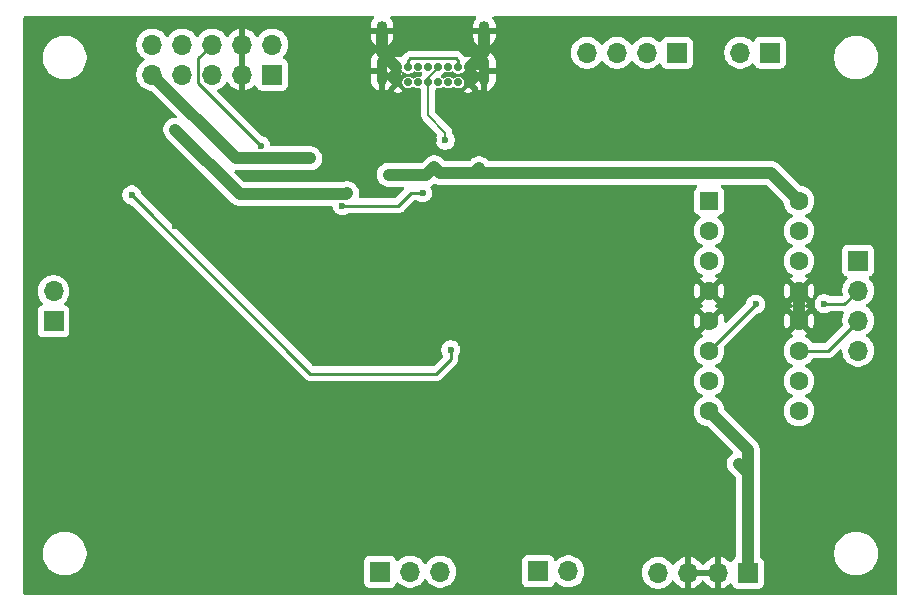
<source format=gbr>
%TF.GenerationSoftware,KiCad,Pcbnew,9.0.3*%
%TF.CreationDate,2025-07-30T22:28:19-05:00*%
%TF.ProjectId,stm32_cad,73746d33-325f-4636-9164-2e6b69636164,rev?*%
%TF.SameCoordinates,Original*%
%TF.FileFunction,Copper,L2,Bot*%
%TF.FilePolarity,Positive*%
%FSLAX46Y46*%
G04 Gerber Fmt 4.6, Leading zero omitted, Abs format (unit mm)*
G04 Created by KiCad (PCBNEW 9.0.3) date 2025-07-30 22:28:19*
%MOMM*%
%LPD*%
G01*
G04 APERTURE LIST*
G04 Aperture macros list*
%AMRoundRect*
0 Rectangle with rounded corners*
0 $1 Rounding radius*
0 $2 $3 $4 $5 $6 $7 $8 $9 X,Y pos of 4 corners*
0 Add a 4 corners polygon primitive as box body*
4,1,4,$2,$3,$4,$5,$6,$7,$8,$9,$2,$3,0*
0 Add four circle primitives for the rounded corners*
1,1,$1+$1,$2,$3*
1,1,$1+$1,$4,$5*
1,1,$1+$1,$6,$7*
1,1,$1+$1,$8,$9*
0 Add four rect primitives between the rounded corners*
20,1,$1+$1,$2,$3,$4,$5,0*
20,1,$1+$1,$4,$5,$6,$7,0*
20,1,$1+$1,$6,$7,$8,$9,0*
20,1,$1+$1,$8,$9,$2,$3,0*%
G04 Aperture macros list end*
%TA.AperFunction,ComponentPad*%
%ADD10C,0.700000*%
%TD*%
%TA.AperFunction,ComponentPad*%
%ADD11O,0.900000X2.400000*%
%TD*%
%TA.AperFunction,ComponentPad*%
%ADD12O,0.900000X1.700000*%
%TD*%
%TA.AperFunction,ComponentPad*%
%ADD13R,1.700000X1.700000*%
%TD*%
%TA.AperFunction,ComponentPad*%
%ADD14O,1.700000X1.700000*%
%TD*%
%TA.AperFunction,ComponentPad*%
%ADD15RoundRect,0.250000X-0.550000X-0.550000X0.550000X-0.550000X0.550000X0.550000X-0.550000X0.550000X0*%
%TD*%
%TA.AperFunction,ComponentPad*%
%ADD16C,1.600000*%
%TD*%
%TA.AperFunction,ViaPad*%
%ADD17C,0.600000*%
%TD*%
%TA.AperFunction,Conductor*%
%ADD18C,0.250000*%
%TD*%
%TA.AperFunction,Conductor*%
%ADD19C,1.000000*%
%TD*%
%TA.AperFunction,Conductor*%
%ADD20C,0.500000*%
%TD*%
%TA.AperFunction,Conductor*%
%ADD21C,0.200000*%
%TD*%
G04 APERTURE END LIST*
D10*
%TO.P,J2,A1,GND*%
%TO.N,GND*%
X133125000Y-65185000D03*
%TO.P,J2,A4,VBUS*%
%TO.N,Net-(FB3-Pad1)*%
X132275000Y-65185000D03*
%TO.P,J2,A5,CC1*%
%TO.N,Net-(J2-CC1)*%
X131424999Y-65185000D03*
%TO.P,J2,A6,D+*%
%TO.N,D_P*%
X130575000Y-65185000D03*
%TO.P,J2,A7,D-*%
%TO.N,D_N*%
X129725000Y-65185000D03*
%TO.P,J2,A8,SBU1*%
%TO.N,unconnected-(J2-SBU1-PadA8)*%
X128875000Y-65185000D03*
%TO.P,J2,A9,VBUS*%
%TO.N,Net-(FB3-Pad1)*%
X128024999Y-65185000D03*
%TO.P,J2,A12,GND*%
%TO.N,GND*%
X127175000Y-65185000D03*
%TO.P,J2,B1,GND*%
X127175000Y-63835000D03*
%TO.P,J2,B4,VBUS*%
%TO.N,Net-(FB3-Pad1)*%
X128025000Y-63835000D03*
%TO.P,J2,B5,CC2*%
%TO.N,Net-(J2-CC2)*%
X128875000Y-63835000D03*
%TO.P,J2,B6,D+*%
%TO.N,D_P*%
X129725000Y-63835000D03*
%TO.P,J2,B7,D-*%
%TO.N,D_N*%
X130575000Y-63835000D03*
%TO.P,J2,B8,SBU2*%
%TO.N,unconnected-(J2-SBU2-PadB8)*%
X131425000Y-63835000D03*
%TO.P,J2,B9,VBUS*%
%TO.N,Net-(FB3-Pad1)*%
X132275000Y-63835000D03*
%TO.P,J2,B12,GND*%
%TO.N,GND*%
X133125000Y-63835000D03*
D11*
%TO.P,J2,S1,SHIELD*%
X134475000Y-64205000D03*
D12*
X134475000Y-60825000D03*
D11*
X125825000Y-64205000D03*
D12*
X125825000Y-60825000D03*
%TD*%
D13*
%TO.P,J3,1,Pin_1*%
%TO.N,NSS*%
X150779999Y-62675000D03*
D14*
%TO.P,J3,2,Pin_2*%
%TO.N,SCK*%
X148239999Y-62675000D03*
%TO.P,J3,3,Pin_3*%
%TO.N,MOSI*%
X145700000Y-62675000D03*
%TO.P,J3,4,Pin_4*%
%TO.N,MISO*%
X143159999Y-62675000D03*
%TD*%
D13*
%TO.P,J7,1,Pin_1*%
%TO.N,1Y*%
X166125000Y-80260000D03*
D14*
%TO.P,J7,2,Pin_2*%
%TO.N,2Y*%
X166125000Y-82800000D03*
%TO.P,J7,3,Pin_3*%
%TO.N,3Y*%
X166125000Y-85340000D03*
%TO.P,J7,4,Pin_4*%
%TO.N,4Y*%
X166125000Y-87880000D03*
%TD*%
D13*
%TO.P,J8,1,Pin_1*%
%TO.N,PB10*%
X158675000Y-62650000D03*
D14*
%TO.P,J8,2,Pin_2*%
%TO.N,PB11*%
X156135000Y-62650000D03*
%TD*%
D13*
%TO.P,J9,1,Pin_1*%
%TO.N,PC13*%
X125660000Y-106600000D03*
D14*
%TO.P,J9,2,Pin_2*%
%TO.N,PC14*%
X128200000Y-106600000D03*
%TO.P,J9,3,Pin_3*%
%TO.N,PC15*%
X130739999Y-106600000D03*
%TD*%
D13*
%TO.P,J5,1,Pin_1*%
%TO.N,SDA*%
X98000000Y-85400000D03*
D14*
%TO.P,J5,2,Pin_2*%
%TO.N,SCL*%
X98000000Y-82860000D03*
%TD*%
D13*
%TO.P,J6,1,Pin_1*%
%TO.N,5V*%
X156800000Y-106700000D03*
D14*
%TO.P,J6,2,Pin_2*%
%TO.N,GND*%
X154260000Y-106700000D03*
%TO.P,J6,3,Pin_3*%
X151720001Y-106700000D03*
%TO.P,J6,4,Pin_4*%
%TO.N,3.3V*%
X149180000Y-106700000D03*
%TD*%
D13*
%TO.P,J1,1,Pin_1*%
%TO.N,nRST*%
X116515000Y-64515000D03*
D14*
%TO.P,J1,2,Pin_2*%
%TO.N,SWDIO*%
X116515000Y-61975000D03*
%TO.P,J1,3,Pin_3*%
%TO.N,GND*%
X113975000Y-64515000D03*
%TO.P,J1,4,Pin_4*%
X113975000Y-61975000D03*
%TO.P,J1,5,Pin_5*%
%TO.N,unconnected-(J1-Pin_5-Pad5)*%
X111435000Y-64515000D03*
%TO.P,J1,6,Pin_6*%
%TO.N,SWCLK*%
X111435000Y-61975000D03*
%TO.P,J1,7,Pin_7*%
%TO.N,3.3V*%
X108895000Y-64515000D03*
%TO.P,J1,8,Pin_8*%
X108895000Y-61975000D03*
%TO.P,J1,9,Pin_9*%
%TO.N,5V*%
X106355000Y-64515000D03*
%TO.P,J1,10,Pin_10*%
X106355000Y-61975000D03*
%TD*%
D15*
%TO.P,U1,1,EN1\u002C2*%
%TO.N,EN1_2*%
X153500000Y-75200000D03*
D16*
%TO.P,U1,2,1A*%
%TO.N,1A*%
X153500000Y-77740000D03*
%TO.P,U1,3,1Y*%
%TO.N,1Y*%
X153500000Y-80279999D03*
%TO.P,U1,4,GND*%
%TO.N,GND*%
X153500000Y-82820000D03*
%TO.P,U1,5,GND*%
X153500000Y-85360000D03*
%TO.P,U1,6,2Y*%
%TO.N,2Y*%
X153500000Y-87900000D03*
%TO.P,U1,7,2A*%
%TO.N,2A*%
X153500000Y-90440000D03*
%TO.P,U1,8,VCC2*%
%TO.N,5V*%
X153500000Y-92980001D03*
%TO.P,U1,9,EN3\u002C4*%
%TO.N,EN3_4*%
X161120000Y-92980000D03*
%TO.P,U1,10,3A*%
%TO.N,3A*%
X161120000Y-90440000D03*
%TO.P,U1,11,3Y*%
%TO.N,3Y*%
X161120000Y-87900000D03*
%TO.P,U1,12,GND*%
%TO.N,GND*%
X161120000Y-85360000D03*
%TO.P,U1,13,GND*%
X161120000Y-82820000D03*
%TO.P,U1,14,4Y*%
%TO.N,4Y*%
X161120000Y-80280000D03*
%TO.P,U1,15,4A*%
%TO.N,4A*%
X161120000Y-77740000D03*
%TO.P,U1,16,VCC1*%
%TO.N,5V*%
X161120000Y-75200000D03*
%TD*%
D13*
%TO.P,J4,1,Pin_1*%
%TO.N,UART_TX*%
X139050000Y-106575000D03*
D14*
%TO.P,J4,2,Pin_2*%
%TO.N,UART_RX*%
X141590000Y-106575000D03*
%TD*%
D17*
%TO.N,3.3V*%
X122875000Y-74550000D03*
X108300000Y-69175000D03*
%TO.N,GND*%
X120525000Y-76200000D03*
X128650000Y-75525000D03*
X147300000Y-92675000D03*
X108325000Y-77300000D03*
X108300000Y-79900000D03*
X140825000Y-69025000D03*
X121050000Y-76750000D03*
X127325000Y-88625000D03*
X108450000Y-74650000D03*
X125575000Y-82225000D03*
X125625000Y-82925000D03*
X130225001Y-70075000D03*
X136525000Y-75875000D03*
X134400000Y-92950000D03*
X140550000Y-77950000D03*
X144350000Y-94525000D03*
X137825000Y-62375000D03*
X96925000Y-72500000D03*
X148150000Y-97300000D03*
X132675000Y-93025000D03*
X137450000Y-90350000D03*
X121725000Y-88525000D03*
X129625000Y-88125000D03*
X107400000Y-71275000D03*
X160875000Y-68250000D03*
X158775000Y-98925000D03*
X153237500Y-99100000D03*
X123475000Y-66800000D03*
X132475000Y-87225000D03*
X121875000Y-82450000D03*
%TO.N,5V*%
X130225001Y-72350000D03*
X126375000Y-73000000D03*
X119737500Y-71600000D03*
X134025000Y-72450000D03*
X156025000Y-97475000D03*
%TO.N,nRST*%
X131625000Y-87800000D03*
X104625000Y-74700000D03*
%TO.N,SWCLK*%
X115560000Y-70530000D03*
%TO.N,SWDIO*%
X122450000Y-75625000D03*
X129250000Y-74525000D03*
%TO.N,D_N*%
X131175000Y-70075000D03*
%TO.N,2Y*%
X163240000Y-83920000D03*
X157440000Y-83960000D03*
%TD*%
D18*
%TO.N,SWCLK*%
X110259000Y-63151000D02*
X110259000Y-65229000D01*
X111435000Y-61975000D02*
X110259000Y-63151000D01*
X110259000Y-65229000D02*
X115560000Y-70530000D01*
D19*
%TO.N,3.3V*%
X113749000Y-74624000D02*
X122801000Y-74624000D01*
X122801000Y-74624000D02*
X122875000Y-74550000D01*
X108300000Y-69175000D02*
X113749000Y-74624000D01*
D20*
%TO.N,GND*%
X133495000Y-65185000D02*
X134475000Y-64205000D01*
X126805000Y-65185000D02*
X125825000Y-64205000D01*
D19*
X134475000Y-62636000D02*
X133276000Y-63835000D01*
X134475000Y-60825000D02*
X134475000Y-62636000D01*
D20*
X127175000Y-65185000D02*
X126805000Y-65185000D01*
D19*
X161120000Y-82820000D02*
X161120000Y-85360000D01*
D20*
X134105000Y-63835000D02*
X134475000Y-64205000D01*
X133125000Y-65185000D02*
X133495000Y-65185000D01*
X127175000Y-63835000D02*
X127175000Y-65185000D01*
D19*
X125825000Y-62636000D02*
X127024000Y-63835000D01*
D20*
X133125000Y-63835000D02*
X134105000Y-63835000D01*
X133125000Y-63835000D02*
X133125000Y-65185000D01*
D19*
X125825000Y-60825000D02*
X125825000Y-62636000D01*
%TO.N,5V*%
X106355000Y-64515000D02*
X113440000Y-71600000D01*
X161120000Y-75200000D02*
X158770000Y-72850000D01*
X158770000Y-72850000D02*
X133625000Y-72850000D01*
X113440000Y-71600000D02*
X119737500Y-71600000D01*
X156800000Y-106700000D02*
X156800000Y-96280001D01*
X133625000Y-72850000D02*
X130725001Y-72850000D01*
X130725001Y-72850000D02*
X130225001Y-72350000D01*
X129575001Y-73000000D02*
X130225001Y-72350000D01*
X126375000Y-73000000D02*
X129575001Y-73000000D01*
X134025000Y-72450000D02*
X133625000Y-72850000D01*
X156800000Y-98250000D02*
X156025000Y-97475000D01*
X156800000Y-106700000D02*
X156800000Y-98250000D01*
X156800000Y-96280001D02*
X153500000Y-92980001D01*
D18*
%TO.N,nRST*%
X130400000Y-89825000D02*
X119750000Y-89825000D01*
X131625000Y-87800000D02*
X131625000Y-88600000D01*
X131625000Y-88600000D02*
X130400000Y-89825000D01*
X119750000Y-89825000D02*
X104625000Y-74700000D01*
%TO.N,Net-(FB3-Pad1)*%
X132093974Y-63143974D02*
X128206026Y-63143974D01*
X128206026Y-63143974D02*
X128025000Y-63325000D01*
X132275000Y-63819974D02*
X132275000Y-63325000D01*
X132275000Y-63325000D02*
X132093974Y-63143974D01*
X128025000Y-63325000D02*
X128025000Y-63819974D01*
%TO.N,SWDIO*%
X127150000Y-75625000D02*
X128250000Y-74525000D01*
X122450000Y-75625000D02*
X127150000Y-75625000D01*
X128250000Y-74525000D02*
X129250000Y-74525000D01*
D21*
%TO.N,D_N*%
X131175000Y-70075000D02*
X131175000Y-69425000D01*
X130575000Y-63940628D02*
X130575000Y-63869974D01*
X129725000Y-64790628D02*
X130575000Y-63940628D01*
X129725000Y-65169974D02*
X129725000Y-64790628D01*
X131175000Y-69425000D02*
X129725000Y-67975000D01*
X129725000Y-67975000D02*
X129725000Y-65185000D01*
D18*
%TO.N,3Y*%
X163565000Y-87900000D02*
X166105000Y-85360000D01*
X161120000Y-87900000D02*
X163565000Y-87900000D01*
%TO.N,2Y*%
X164925000Y-83920000D02*
X164965000Y-83960000D01*
X163240000Y-83920000D02*
X164925000Y-83920000D01*
X157440000Y-83960000D02*
X153500000Y-87900000D01*
X166105000Y-82820000D02*
X164965000Y-83960000D01*
%TD*%
%TA.AperFunction,Conductor*%
%TO.N,GND*%
G36*
X153794075Y-106507007D02*
G01*
X153760000Y-106634174D01*
X153760000Y-106765826D01*
X153794075Y-106892993D01*
X153826988Y-106950000D01*
X152153013Y-106950000D01*
X152185926Y-106892993D01*
X152220001Y-106765826D01*
X152220001Y-106634174D01*
X152185926Y-106507007D01*
X152153013Y-106450000D01*
X153826988Y-106450000D01*
X153794075Y-106507007D01*
G37*
%TD.AperFunction*%
%TA.AperFunction,Conductor*%
G36*
X114225000Y-64081988D02*
G01*
X114167993Y-64049075D01*
X114040826Y-64015000D01*
X113909174Y-64015000D01*
X113782007Y-64049075D01*
X113725000Y-64081988D01*
X113725000Y-62408012D01*
X113782007Y-62440925D01*
X113909174Y-62475000D01*
X114040826Y-62475000D01*
X114167993Y-62440925D01*
X114225000Y-62408012D01*
X114225000Y-64081988D01*
G37*
%TD.AperFunction*%
%TA.AperFunction,Conductor*%
G36*
X125098673Y-59595185D02*
G01*
X125144428Y-59647989D01*
X125154372Y-59717147D01*
X125125347Y-59780703D01*
X125119315Y-59787181D01*
X125087089Y-59819406D01*
X125087086Y-59819410D01*
X124983124Y-59974999D01*
X124983119Y-59975008D01*
X124911508Y-60147894D01*
X124911506Y-60147902D01*
X124875000Y-60331428D01*
X124875000Y-60575000D01*
X125525000Y-60575000D01*
X125525000Y-61075000D01*
X124875000Y-61075000D01*
X124875000Y-61318571D01*
X124911506Y-61502097D01*
X124911508Y-61502105D01*
X124983119Y-61674991D01*
X124983124Y-61675000D01*
X125087086Y-61830589D01*
X125087089Y-61830593D01*
X125219406Y-61962910D01*
X125219410Y-61962913D01*
X125374999Y-62066875D01*
X125375012Y-62066882D01*
X125547889Y-62138489D01*
X125547896Y-62138491D01*
X125575000Y-62143882D01*
X125575000Y-61391988D01*
X125584940Y-61409205D01*
X125640795Y-61465060D01*
X125709204Y-61504556D01*
X125785504Y-61525000D01*
X125864496Y-61525000D01*
X125940796Y-61504556D01*
X126009205Y-61465060D01*
X126065060Y-61409205D01*
X126075000Y-61391988D01*
X126075000Y-62143881D01*
X126102103Y-62138491D01*
X126102110Y-62138489D01*
X126274987Y-62066882D01*
X126275000Y-62066875D01*
X126430589Y-61962913D01*
X126430593Y-61962910D01*
X126562910Y-61830593D01*
X126562913Y-61830589D01*
X126666875Y-61675000D01*
X126666880Y-61674991D01*
X126738491Y-61502105D01*
X126738493Y-61502097D01*
X126774999Y-61318571D01*
X126775000Y-61318569D01*
X126775000Y-61075000D01*
X126125000Y-61075000D01*
X126125000Y-60575000D01*
X126775000Y-60575000D01*
X126775000Y-60331430D01*
X126774999Y-60331428D01*
X126738493Y-60147902D01*
X126738491Y-60147894D01*
X126666880Y-59975008D01*
X126666875Y-59974999D01*
X126562913Y-59819410D01*
X126562910Y-59819406D01*
X126530685Y-59787181D01*
X126497200Y-59725858D01*
X126502184Y-59656166D01*
X126544056Y-59600233D01*
X126609520Y-59575816D01*
X126618366Y-59575500D01*
X133681634Y-59575500D01*
X133748673Y-59595185D01*
X133794428Y-59647989D01*
X133804372Y-59717147D01*
X133775347Y-59780703D01*
X133769315Y-59787181D01*
X133737089Y-59819406D01*
X133737086Y-59819410D01*
X133633124Y-59974999D01*
X133633119Y-59975008D01*
X133561508Y-60147894D01*
X133561506Y-60147902D01*
X133525000Y-60331428D01*
X133525000Y-60575000D01*
X134175000Y-60575000D01*
X134175000Y-61075000D01*
X133525000Y-61075000D01*
X133525000Y-61318571D01*
X133561506Y-61502097D01*
X133561508Y-61502105D01*
X133633119Y-61674991D01*
X133633124Y-61675000D01*
X133737086Y-61830589D01*
X133737089Y-61830593D01*
X133869406Y-61962910D01*
X133869410Y-61962913D01*
X134024999Y-62066875D01*
X134025012Y-62066882D01*
X134197889Y-62138489D01*
X134197896Y-62138491D01*
X134225000Y-62143882D01*
X134225000Y-61391988D01*
X134234940Y-61409205D01*
X134290795Y-61465060D01*
X134359204Y-61504556D01*
X134435504Y-61525000D01*
X134514496Y-61525000D01*
X134590796Y-61504556D01*
X134659205Y-61465060D01*
X134715060Y-61409205D01*
X134725000Y-61391988D01*
X134725000Y-62143881D01*
X134752103Y-62138491D01*
X134752110Y-62138489D01*
X134924987Y-62066882D01*
X134925000Y-62066875D01*
X135080589Y-61962913D01*
X135080593Y-61962910D01*
X135212910Y-61830593D01*
X135212913Y-61830589D01*
X135316875Y-61675000D01*
X135316880Y-61674991D01*
X135388491Y-61502105D01*
X135388493Y-61502097D01*
X135424999Y-61318571D01*
X135425000Y-61318569D01*
X135425000Y-61075000D01*
X134775000Y-61075000D01*
X134775000Y-60575000D01*
X135425000Y-60575000D01*
X135425000Y-60331430D01*
X135424999Y-60331428D01*
X135388493Y-60147902D01*
X135388491Y-60147894D01*
X135316880Y-59975008D01*
X135316875Y-59974999D01*
X135212913Y-59819410D01*
X135212910Y-59819406D01*
X135180685Y-59787181D01*
X135147200Y-59725858D01*
X135152184Y-59656166D01*
X135194056Y-59600233D01*
X135259520Y-59575816D01*
X135268366Y-59575500D01*
X169325500Y-59575500D01*
X169392539Y-59595185D01*
X169438294Y-59647989D01*
X169449500Y-59699500D01*
X169449500Y-108450500D01*
X169429815Y-108517539D01*
X169377011Y-108563294D01*
X169325500Y-108574500D01*
X95574500Y-108574500D01*
X95507461Y-108554815D01*
X95461706Y-108502011D01*
X95450500Y-108450500D01*
X95450500Y-104953711D01*
X97099500Y-104953711D01*
X97099500Y-105196288D01*
X97127135Y-105406206D01*
X97131162Y-105436789D01*
X97133349Y-105444951D01*
X97193947Y-105671104D01*
X97240688Y-105783946D01*
X97286776Y-105895212D01*
X97408064Y-106105289D01*
X97408066Y-106105292D01*
X97408067Y-106105293D01*
X97555733Y-106297736D01*
X97555739Y-106297743D01*
X97727256Y-106469260D01*
X97727262Y-106469265D01*
X97919711Y-106616936D01*
X98129788Y-106738224D01*
X98353900Y-106831054D01*
X98588211Y-106893838D01*
X98758397Y-106916243D01*
X98828711Y-106925500D01*
X98828712Y-106925500D01*
X99071289Y-106925500D01*
X99141603Y-106916243D01*
X99311789Y-106893838D01*
X99546100Y-106831054D01*
X99770212Y-106738224D01*
X99980289Y-106616936D01*
X100172738Y-106469265D01*
X100344265Y-106297738D01*
X100491936Y-106105289D01*
X100613224Y-105895212D01*
X100693199Y-105702135D01*
X124309500Y-105702135D01*
X124309500Y-107497870D01*
X124309501Y-107497876D01*
X124315908Y-107557483D01*
X124366202Y-107692328D01*
X124366206Y-107692335D01*
X124452452Y-107807544D01*
X124452455Y-107807547D01*
X124567664Y-107893793D01*
X124567671Y-107893797D01*
X124702517Y-107944091D01*
X124702516Y-107944091D01*
X124709444Y-107944835D01*
X124762127Y-107950500D01*
X126557872Y-107950499D01*
X126617483Y-107944091D01*
X126752331Y-107893796D01*
X126867546Y-107807546D01*
X126953796Y-107692331D01*
X127002810Y-107560916D01*
X127044681Y-107504984D01*
X127110145Y-107480566D01*
X127178418Y-107495417D01*
X127206673Y-107516569D01*
X127320213Y-107630109D01*
X127492179Y-107755048D01*
X127492181Y-107755049D01*
X127492184Y-107755051D01*
X127681588Y-107851557D01*
X127883757Y-107917246D01*
X128093713Y-107950500D01*
X128093714Y-107950500D01*
X128306286Y-107950500D01*
X128306287Y-107950500D01*
X128516243Y-107917246D01*
X128718412Y-107851557D01*
X128907816Y-107755051D01*
X128994138Y-107692335D01*
X129079786Y-107630109D01*
X129079788Y-107630106D01*
X129079792Y-107630104D01*
X129230104Y-107479792D01*
X129230106Y-107479788D01*
X129230109Y-107479786D01*
X129355048Y-107307820D01*
X129355050Y-107307817D01*
X129355051Y-107307816D01*
X129359512Y-107299058D01*
X129407483Y-107248262D01*
X129475303Y-107231464D01*
X129541440Y-107253998D01*
X129580483Y-107299054D01*
X129584948Y-107307817D01*
X129709889Y-107479786D01*
X129860212Y-107630109D01*
X130032178Y-107755048D01*
X130032180Y-107755049D01*
X130032183Y-107755051D01*
X130221587Y-107851557D01*
X130423756Y-107917246D01*
X130633712Y-107950500D01*
X130633713Y-107950500D01*
X130846285Y-107950500D01*
X130846286Y-107950500D01*
X131056242Y-107917246D01*
X131258411Y-107851557D01*
X131447815Y-107755051D01*
X131534137Y-107692335D01*
X131619785Y-107630109D01*
X131619787Y-107630106D01*
X131619791Y-107630104D01*
X131770103Y-107479792D01*
X131770105Y-107479788D01*
X131770108Y-107479786D01*
X131895047Y-107307820D01*
X131895049Y-107307817D01*
X131895050Y-107307816D01*
X131991556Y-107118412D01*
X132057245Y-106916243D01*
X132090499Y-106706287D01*
X132090499Y-106493713D01*
X132057245Y-106283757D01*
X131991556Y-106081588D01*
X131895050Y-105892184D01*
X131895048Y-105892181D01*
X131895047Y-105892179D01*
X131789345Y-105746691D01*
X131770108Y-105720214D01*
X131770104Y-105720209D01*
X131727030Y-105677135D01*
X137699500Y-105677135D01*
X137699500Y-107472870D01*
X137699501Y-107472876D01*
X137705908Y-107532483D01*
X137756202Y-107667328D01*
X137756206Y-107667335D01*
X137842452Y-107782544D01*
X137842455Y-107782547D01*
X137957664Y-107868793D01*
X137957671Y-107868797D01*
X138092517Y-107919091D01*
X138092516Y-107919091D01*
X138099444Y-107919835D01*
X138152127Y-107925500D01*
X139947872Y-107925499D01*
X140007483Y-107919091D01*
X140142331Y-107868796D01*
X140257546Y-107782546D01*
X140343796Y-107667331D01*
X140392810Y-107535916D01*
X140434681Y-107479984D01*
X140500145Y-107455566D01*
X140568418Y-107470417D01*
X140596673Y-107491569D01*
X140710213Y-107605109D01*
X140882179Y-107730048D01*
X140882181Y-107730049D01*
X140882184Y-107730051D01*
X141071588Y-107826557D01*
X141273757Y-107892246D01*
X141483713Y-107925500D01*
X141483714Y-107925500D01*
X141696286Y-107925500D01*
X141696287Y-107925500D01*
X141906243Y-107892246D01*
X142108412Y-107826557D01*
X142297816Y-107730051D01*
X142349728Y-107692335D01*
X142469786Y-107605109D01*
X142469788Y-107605106D01*
X142469792Y-107605104D01*
X142620104Y-107454792D01*
X142620106Y-107454788D01*
X142620109Y-107454786D01*
X142745048Y-107282820D01*
X142745047Y-107282820D01*
X142745051Y-107282816D01*
X142841557Y-107093412D01*
X142907246Y-106891243D01*
X142940500Y-106681287D01*
X142940500Y-106468713D01*
X142907246Y-106258757D01*
X142841557Y-106056588D01*
X142745051Y-105867184D01*
X142745049Y-105867181D01*
X142745048Y-105867179D01*
X142620109Y-105695213D01*
X142469786Y-105544890D01*
X142297820Y-105419951D01*
X142108414Y-105323444D01*
X142108413Y-105323443D01*
X142108412Y-105323443D01*
X141906243Y-105257754D01*
X141906241Y-105257753D01*
X141906240Y-105257753D01*
X141744957Y-105232208D01*
X141696287Y-105224500D01*
X141483713Y-105224500D01*
X141435042Y-105232208D01*
X141273760Y-105257753D01*
X141071585Y-105323444D01*
X140882179Y-105419951D01*
X140710215Y-105544889D01*
X140596673Y-105658431D01*
X140535350Y-105691915D01*
X140465658Y-105686931D01*
X140409725Y-105645059D01*
X140392810Y-105614082D01*
X140343797Y-105482671D01*
X140343793Y-105482664D01*
X140257547Y-105367455D01*
X140257544Y-105367452D01*
X140142335Y-105281206D01*
X140142328Y-105281202D01*
X140007482Y-105230908D01*
X140007483Y-105230908D01*
X139947883Y-105224501D01*
X139947881Y-105224500D01*
X139947873Y-105224500D01*
X139947864Y-105224500D01*
X138152129Y-105224500D01*
X138152123Y-105224501D01*
X138092516Y-105230908D01*
X137957671Y-105281202D01*
X137957664Y-105281206D01*
X137842455Y-105367452D01*
X137842452Y-105367455D01*
X137756206Y-105482664D01*
X137756202Y-105482671D01*
X137705908Y-105617517D01*
X137699501Y-105677116D01*
X137699500Y-105677135D01*
X131727030Y-105677135D01*
X131619785Y-105569890D01*
X131447819Y-105444951D01*
X131258413Y-105348444D01*
X131258412Y-105348443D01*
X131258411Y-105348443D01*
X131056242Y-105282754D01*
X131056240Y-105282753D01*
X131056239Y-105282753D01*
X130894956Y-105257208D01*
X130846286Y-105249500D01*
X130633712Y-105249500D01*
X130585041Y-105257208D01*
X130423759Y-105282753D01*
X130221584Y-105348444D01*
X130032178Y-105444951D01*
X129860212Y-105569890D01*
X129709889Y-105720213D01*
X129584947Y-105892183D01*
X129580481Y-105900949D01*
X129532505Y-105951742D01*
X129464683Y-105968535D01*
X129398549Y-105945995D01*
X129359513Y-105900942D01*
X129355051Y-105892184D01*
X129355049Y-105892181D01*
X129355048Y-105892179D01*
X129230109Y-105720213D01*
X129079786Y-105569890D01*
X128907820Y-105444951D01*
X128718414Y-105348444D01*
X128718413Y-105348443D01*
X128718412Y-105348443D01*
X128516243Y-105282754D01*
X128516241Y-105282753D01*
X128516240Y-105282753D01*
X128354957Y-105257208D01*
X128306287Y-105249500D01*
X128093713Y-105249500D01*
X128045042Y-105257208D01*
X127883760Y-105282753D01*
X127681585Y-105348444D01*
X127492179Y-105444951D01*
X127320215Y-105569889D01*
X127206673Y-105683431D01*
X127145350Y-105716915D01*
X127075658Y-105711931D01*
X127019725Y-105670059D01*
X127002810Y-105639082D01*
X126953797Y-105507671D01*
X126953793Y-105507664D01*
X126867547Y-105392455D01*
X126867544Y-105392452D01*
X126752335Y-105306206D01*
X126752328Y-105306202D01*
X126617482Y-105255908D01*
X126617483Y-105255908D01*
X126557883Y-105249501D01*
X126557881Y-105249500D01*
X126557873Y-105249500D01*
X126557864Y-105249500D01*
X124762129Y-105249500D01*
X124762123Y-105249501D01*
X124702516Y-105255908D01*
X124567671Y-105306202D01*
X124567664Y-105306206D01*
X124452455Y-105392452D01*
X124452452Y-105392455D01*
X124366206Y-105507664D01*
X124366202Y-105507671D01*
X124315908Y-105642517D01*
X124309501Y-105702116D01*
X124309500Y-105702135D01*
X100693199Y-105702135D01*
X100706054Y-105671100D01*
X100768838Y-105436789D01*
X100800500Y-105196288D01*
X100800500Y-104953712D01*
X100768838Y-104713211D01*
X100706054Y-104478900D01*
X100613224Y-104254788D01*
X100491936Y-104044711D01*
X100344265Y-103852262D01*
X100344260Y-103852256D01*
X100172743Y-103680739D01*
X100172736Y-103680733D01*
X99980293Y-103533067D01*
X99980292Y-103533066D01*
X99980289Y-103533064D01*
X99770212Y-103411776D01*
X99770205Y-103411773D01*
X99546104Y-103318947D01*
X99311785Y-103256161D01*
X99071289Y-103224500D01*
X99071288Y-103224500D01*
X98828712Y-103224500D01*
X98828711Y-103224500D01*
X98588214Y-103256161D01*
X98353895Y-103318947D01*
X98129794Y-103411773D01*
X98129785Y-103411777D01*
X97919706Y-103533067D01*
X97727263Y-103680733D01*
X97727256Y-103680739D01*
X97555739Y-103852256D01*
X97555733Y-103852263D01*
X97408067Y-104044706D01*
X97286777Y-104254785D01*
X97286773Y-104254794D01*
X97193947Y-104478895D01*
X97131161Y-104713214D01*
X97099500Y-104953711D01*
X95450500Y-104953711D01*
X95450500Y-82753713D01*
X96649500Y-82753713D01*
X96649500Y-82966286D01*
X96674545Y-83124417D01*
X96682754Y-83176243D01*
X96735381Y-83338213D01*
X96748444Y-83378414D01*
X96844951Y-83567820D01*
X96969890Y-83739786D01*
X97083430Y-83853326D01*
X97116915Y-83914649D01*
X97111931Y-83984341D01*
X97070059Y-84040274D01*
X97039083Y-84057189D01*
X96907669Y-84106203D01*
X96907664Y-84106206D01*
X96792455Y-84192452D01*
X96792452Y-84192455D01*
X96706206Y-84307664D01*
X96706202Y-84307671D01*
X96655908Y-84442517D01*
X96649501Y-84502116D01*
X96649501Y-84502123D01*
X96649500Y-84502135D01*
X96649500Y-86297870D01*
X96649501Y-86297876D01*
X96655908Y-86357483D01*
X96706202Y-86492328D01*
X96706206Y-86492335D01*
X96792452Y-86607544D01*
X96792455Y-86607547D01*
X96907664Y-86693793D01*
X96907671Y-86693797D01*
X97042517Y-86744091D01*
X97042516Y-86744091D01*
X97049444Y-86744835D01*
X97102127Y-86750500D01*
X98897872Y-86750499D01*
X98957483Y-86744091D01*
X99092331Y-86693796D01*
X99207546Y-86607546D01*
X99293796Y-86492331D01*
X99344091Y-86357483D01*
X99350500Y-86297873D01*
X99350499Y-84502128D01*
X99344091Y-84442517D01*
X99339531Y-84430292D01*
X99293797Y-84307671D01*
X99293793Y-84307664D01*
X99207547Y-84192455D01*
X99207544Y-84192452D01*
X99092335Y-84106206D01*
X99092328Y-84106202D01*
X98960917Y-84057189D01*
X98904983Y-84015318D01*
X98880566Y-83949853D01*
X98895418Y-83881580D01*
X98916563Y-83853332D01*
X99030104Y-83739792D01*
X99068821Y-83686503D01*
X99155048Y-83567820D01*
X99155047Y-83567820D01*
X99155051Y-83567816D01*
X99251557Y-83378412D01*
X99317246Y-83176243D01*
X99350500Y-82966287D01*
X99350500Y-82753713D01*
X99317246Y-82543757D01*
X99251557Y-82341588D01*
X99155051Y-82152184D01*
X99155049Y-82152181D01*
X99155048Y-82152179D01*
X99030109Y-81980213D01*
X98879786Y-81829890D01*
X98707820Y-81704951D01*
X98518414Y-81608444D01*
X98518413Y-81608443D01*
X98518412Y-81608443D01*
X98316243Y-81542754D01*
X98316241Y-81542753D01*
X98316240Y-81542753D01*
X98154957Y-81517208D01*
X98106287Y-81509500D01*
X97893713Y-81509500D01*
X97845042Y-81517208D01*
X97683760Y-81542753D01*
X97481585Y-81608444D01*
X97292179Y-81704951D01*
X97120213Y-81829890D01*
X96969890Y-81980213D01*
X96844951Y-82152179D01*
X96748444Y-82341585D01*
X96682753Y-82543760D01*
X96649500Y-82753713D01*
X95450500Y-82753713D01*
X95450500Y-74621153D01*
X103824500Y-74621153D01*
X103824500Y-74778846D01*
X103855261Y-74933489D01*
X103855264Y-74933501D01*
X103915602Y-75079172D01*
X103915609Y-75079185D01*
X104003210Y-75210288D01*
X104003213Y-75210292D01*
X104114707Y-75321786D01*
X104114711Y-75321789D01*
X104245814Y-75409390D01*
X104245827Y-75409397D01*
X104333230Y-75445599D01*
X104391503Y-75469737D01*
X104502716Y-75491858D01*
X104564623Y-75524241D01*
X104566203Y-75525793D01*
X119264139Y-90223729D01*
X119264142Y-90223733D01*
X119351267Y-90310858D01*
X119391361Y-90337648D01*
X119453714Y-90379312D01*
X119453719Y-90379314D01*
X119527390Y-90409829D01*
X119527394Y-90409830D01*
X119534207Y-90412652D01*
X119567548Y-90426463D01*
X119627971Y-90438481D01*
X119688393Y-90450500D01*
X130461607Y-90450500D01*
X130522029Y-90438481D01*
X130582452Y-90426463D01*
X130615792Y-90412652D01*
X130696286Y-90379312D01*
X130758639Y-90337648D01*
X130798733Y-90310858D01*
X130885858Y-90223733D01*
X130885858Y-90223731D01*
X130896066Y-90213524D01*
X130896067Y-90213521D01*
X132110858Y-88998733D01*
X132179312Y-88896285D01*
X132226463Y-88782451D01*
X132250501Y-88661606D01*
X132250501Y-88538393D01*
X132250501Y-88533283D01*
X132250500Y-88533257D01*
X132250500Y-88342350D01*
X132270185Y-88275311D01*
X132271398Y-88273459D01*
X132322992Y-88196243D01*
X132334394Y-88179179D01*
X132394737Y-88033497D01*
X132425500Y-87878842D01*
X132425500Y-87721158D01*
X132425500Y-87721155D01*
X132425499Y-87721153D01*
X132394738Y-87566510D01*
X132394737Y-87566503D01*
X132391756Y-87559306D01*
X132334397Y-87420827D01*
X132334390Y-87420814D01*
X132246789Y-87289711D01*
X132246786Y-87289707D01*
X132135292Y-87178213D01*
X132135288Y-87178210D01*
X132004185Y-87090609D01*
X132004172Y-87090602D01*
X131858501Y-87030264D01*
X131858489Y-87030261D01*
X131703845Y-86999500D01*
X131703842Y-86999500D01*
X131546158Y-86999500D01*
X131546155Y-86999500D01*
X131391510Y-87030261D01*
X131391498Y-87030264D01*
X131245827Y-87090602D01*
X131245814Y-87090609D01*
X131114711Y-87178210D01*
X131114707Y-87178213D01*
X131003213Y-87289707D01*
X131003210Y-87289711D01*
X130915609Y-87420814D01*
X130915602Y-87420827D01*
X130855264Y-87566498D01*
X130855261Y-87566510D01*
X130824500Y-87721153D01*
X130824500Y-87878846D01*
X130855261Y-88033489D01*
X130855264Y-88033501D01*
X130915602Y-88179172D01*
X130915612Y-88179190D01*
X130957451Y-88241807D01*
X130978329Y-88308484D01*
X130959844Y-88375864D01*
X130942030Y-88398378D01*
X130177229Y-89163181D01*
X130115906Y-89196666D01*
X130089548Y-89199500D01*
X120060452Y-89199500D01*
X119993413Y-89179815D01*
X119972771Y-89163181D01*
X105450793Y-74641203D01*
X105417308Y-74579880D01*
X105416887Y-74577864D01*
X105394737Y-74466503D01*
X105370599Y-74408230D01*
X105334397Y-74320827D01*
X105334390Y-74320814D01*
X105246789Y-74189711D01*
X105246786Y-74189707D01*
X105135292Y-74078213D01*
X105135288Y-74078210D01*
X105004185Y-73990609D01*
X105004172Y-73990602D01*
X104858501Y-73930264D01*
X104858489Y-73930261D01*
X104703845Y-73899500D01*
X104703842Y-73899500D01*
X104546158Y-73899500D01*
X104546155Y-73899500D01*
X104391510Y-73930261D01*
X104391498Y-73930264D01*
X104245827Y-73990602D01*
X104245814Y-73990609D01*
X104114711Y-74078210D01*
X104114707Y-74078213D01*
X104003213Y-74189707D01*
X104003210Y-74189711D01*
X103915609Y-74320814D01*
X103915602Y-74320827D01*
X103855264Y-74466498D01*
X103855261Y-74466510D01*
X103824500Y-74621153D01*
X95450500Y-74621153D01*
X95450500Y-62953711D01*
X97099500Y-62953711D01*
X97099500Y-63196288D01*
X97131161Y-63436785D01*
X97193947Y-63671104D01*
X97281530Y-63882547D01*
X97286776Y-63895212D01*
X97408064Y-64105289D01*
X97408066Y-64105292D01*
X97408067Y-64105293D01*
X97555733Y-64297736D01*
X97555739Y-64297743D01*
X97727256Y-64469260D01*
X97727263Y-64469266D01*
X97769179Y-64501429D01*
X97919711Y-64616936D01*
X98129788Y-64738224D01*
X98353900Y-64831054D01*
X98588211Y-64893838D01*
X98749707Y-64915099D01*
X98828711Y-64925500D01*
X98828712Y-64925500D01*
X99071289Y-64925500D01*
X99119388Y-64919167D01*
X99311789Y-64893838D01*
X99546100Y-64831054D01*
X99770212Y-64738224D01*
X99980289Y-64616936D01*
X100172738Y-64469265D01*
X100344265Y-64297738D01*
X100491936Y-64105289D01*
X100613224Y-63895212D01*
X100706054Y-63671100D01*
X100768838Y-63436789D01*
X100800500Y-63196288D01*
X100800500Y-62953712D01*
X100768838Y-62713211D01*
X100706054Y-62478900D01*
X100613224Y-62254788D01*
X100491936Y-62044711D01*
X100439174Y-61975950D01*
X100411073Y-61939327D01*
X100356889Y-61868713D01*
X105004500Y-61868713D01*
X105004500Y-62081287D01*
X105012467Y-62131588D01*
X105037753Y-62291239D01*
X105103444Y-62493414D01*
X105199951Y-62682820D01*
X105324890Y-62854786D01*
X105475213Y-63005109D01*
X105647182Y-63130050D01*
X105655946Y-63134516D01*
X105706742Y-63182491D01*
X105723536Y-63250312D01*
X105700998Y-63316447D01*
X105655946Y-63355484D01*
X105647182Y-63359949D01*
X105475213Y-63484890D01*
X105324890Y-63635213D01*
X105199951Y-63807179D01*
X105103444Y-63996585D01*
X105037753Y-64198760D01*
X105004500Y-64408713D01*
X105004500Y-64621286D01*
X105037723Y-64831052D01*
X105037754Y-64831243D01*
X105090798Y-64994496D01*
X105103444Y-65033414D01*
X105199951Y-65222820D01*
X105324890Y-65394786D01*
X105475213Y-65545109D01*
X105647179Y-65670048D01*
X105647181Y-65670049D01*
X105647184Y-65670051D01*
X105836588Y-65766557D01*
X106038757Y-65832246D01*
X106248713Y-65865500D01*
X106248714Y-65865500D01*
X106253525Y-65866262D01*
X106253357Y-65867321D01*
X106313829Y-65890362D01*
X106326503Y-65901423D01*
X108387899Y-67962819D01*
X108421384Y-68024142D01*
X108416400Y-68093834D01*
X108374528Y-68149767D01*
X108309064Y-68174184D01*
X108300218Y-68174500D01*
X108201457Y-68174500D01*
X108008171Y-68212947D01*
X108008163Y-68212949D01*
X107826089Y-68288367D01*
X107826079Y-68288372D01*
X107662219Y-68397860D01*
X107662215Y-68397863D01*
X107522863Y-68537215D01*
X107522860Y-68537219D01*
X107413372Y-68701079D01*
X107413367Y-68701089D01*
X107337949Y-68883163D01*
X107337947Y-68883171D01*
X107299500Y-69076455D01*
X107299500Y-69273544D01*
X107337947Y-69466828D01*
X107337949Y-69466836D01*
X107413367Y-69648910D01*
X107413372Y-69648920D01*
X107522860Y-69812780D01*
X107522863Y-69812784D01*
X113111215Y-75401137D01*
X113111219Y-75401140D01*
X113275079Y-75510628D01*
X113275088Y-75510633D01*
X113366125Y-75548342D01*
X113457165Y-75586052D01*
X113618389Y-75618121D01*
X113650457Y-75624499D01*
X113650458Y-75624500D01*
X113650459Y-75624500D01*
X113650460Y-75624500D01*
X113847540Y-75624500D01*
X121531954Y-75624500D01*
X121598993Y-75644185D01*
X121644748Y-75696989D01*
X121653571Y-75724309D01*
X121680261Y-75858489D01*
X121680264Y-75858501D01*
X121740602Y-76004172D01*
X121740609Y-76004185D01*
X121828210Y-76135288D01*
X121828213Y-76135292D01*
X121939707Y-76246786D01*
X121939711Y-76246789D01*
X122070814Y-76334390D01*
X122070827Y-76334397D01*
X122216498Y-76394735D01*
X122216503Y-76394737D01*
X122371153Y-76425499D01*
X122371156Y-76425500D01*
X122371158Y-76425500D01*
X122528844Y-76425500D01*
X122528845Y-76425499D01*
X122683497Y-76394737D01*
X122796166Y-76348067D01*
X122829172Y-76334397D01*
X122829172Y-76334396D01*
X122829179Y-76334394D01*
X122923459Y-76271398D01*
X122990136Y-76250520D01*
X122992350Y-76250500D01*
X127211607Y-76250500D01*
X127272029Y-76238481D01*
X127332452Y-76226463D01*
X127365792Y-76212652D01*
X127446286Y-76179312D01*
X127512169Y-76135289D01*
X127548733Y-76110858D01*
X127635858Y-76023733D01*
X127635859Y-76023731D01*
X127642925Y-76016665D01*
X127642927Y-76016661D01*
X128472771Y-75186819D01*
X128499698Y-75172115D01*
X128525517Y-75155523D01*
X128531717Y-75154631D01*
X128534094Y-75153334D01*
X128560452Y-75150500D01*
X128707650Y-75150500D01*
X128774689Y-75170185D01*
X128776541Y-75171398D01*
X128870821Y-75234394D01*
X128870823Y-75234395D01*
X128870827Y-75234397D01*
X129016498Y-75294735D01*
X129016503Y-75294737D01*
X129152487Y-75321786D01*
X129171153Y-75325499D01*
X129171156Y-75325500D01*
X129171158Y-75325500D01*
X129328844Y-75325500D01*
X129328845Y-75325499D01*
X129483497Y-75294737D01*
X129629179Y-75234394D01*
X129760289Y-75146789D01*
X129871789Y-75035289D01*
X129959394Y-74904179D01*
X129963004Y-74895465D01*
X130019735Y-74758501D01*
X130019737Y-74758497D01*
X130050500Y-74603842D01*
X130050500Y-74446158D01*
X130050500Y-74446155D01*
X130050499Y-74446153D01*
X130025570Y-74320827D01*
X130019737Y-74291503D01*
X129986881Y-74212181D01*
X129959397Y-74145827D01*
X129959390Y-74145814D01*
X129927100Y-74097489D01*
X129906222Y-74030812D01*
X129924706Y-73963432D01*
X129976685Y-73916741D01*
X129982696Y-73914060D01*
X130048915Y-73886632D01*
X130209755Y-73779161D01*
X130211836Y-73778510D01*
X130213291Y-73776885D01*
X130245023Y-73768118D01*
X130276433Y-73758284D01*
X130279195Y-73758678D01*
X130280639Y-73758280D01*
X130290030Y-73760226D01*
X130315488Y-73763864D01*
X130320886Y-73765543D01*
X130379835Y-73789961D01*
X130433165Y-73812051D01*
X130529813Y-73831275D01*
X130612318Y-73847686D01*
X130626459Y-73850500D01*
X130626460Y-73850500D01*
X130626461Y-73850500D01*
X130823541Y-73850500D01*
X133526459Y-73850500D01*
X133526460Y-73850500D01*
X133723540Y-73850500D01*
X152388770Y-73850500D01*
X152455809Y-73870185D01*
X152501564Y-73922989D01*
X152511508Y-73992147D01*
X152482483Y-74055703D01*
X152476451Y-74062181D01*
X152357289Y-74181342D01*
X152265187Y-74330663D01*
X152265186Y-74330666D01*
X152210001Y-74497203D01*
X152210001Y-74497204D01*
X152210000Y-74497204D01*
X152199500Y-74599983D01*
X152199500Y-75800001D01*
X152199501Y-75800018D01*
X152210000Y-75902796D01*
X152210001Y-75902799D01*
X152247733Y-76016665D01*
X152265186Y-76069334D01*
X152357288Y-76218656D01*
X152481344Y-76342712D01*
X152630666Y-76434814D01*
X152712570Y-76461954D01*
X152770015Y-76501727D01*
X152796838Y-76566243D01*
X152784523Y-76635018D01*
X152746451Y-76679978D01*
X152652787Y-76748028D01*
X152652782Y-76748032D01*
X152508028Y-76892786D01*
X152387715Y-77058386D01*
X152294781Y-77240776D01*
X152231522Y-77435465D01*
X152199500Y-77637648D01*
X152199500Y-77842351D01*
X152231522Y-78044534D01*
X152294781Y-78239223D01*
X152387715Y-78421613D01*
X152508028Y-78587213D01*
X152652786Y-78731971D01*
X152818385Y-78852284D01*
X152818387Y-78852285D01*
X152818390Y-78852287D01*
X152911080Y-78899515D01*
X152961875Y-78947488D01*
X152978670Y-79015309D01*
X152956133Y-79081444D01*
X152911079Y-79120483D01*
X152818391Y-79167710D01*
X152818389Y-79167711D01*
X152652786Y-79288027D01*
X152508028Y-79432785D01*
X152387715Y-79598385D01*
X152294781Y-79780775D01*
X152231522Y-79975464D01*
X152199500Y-80177647D01*
X152199500Y-80382350D01*
X152231522Y-80584533D01*
X152294781Y-80779222D01*
X152387715Y-80961612D01*
X152508028Y-81127212D01*
X152652786Y-81271970D01*
X152818388Y-81392285D01*
X152911630Y-81439794D01*
X152962427Y-81487768D01*
X152979222Y-81555589D01*
X152956685Y-81621724D01*
X152911632Y-81660763D01*
X152818648Y-81708141D01*
X152818645Y-81708143D01*
X152774077Y-81740523D01*
X152774077Y-81740524D01*
X153453554Y-82420000D01*
X153447339Y-82420000D01*
X153345606Y-82447259D01*
X153254394Y-82499920D01*
X153179920Y-82574394D01*
X153127259Y-82665606D01*
X153100000Y-82767339D01*
X153100000Y-82773553D01*
X152420524Y-82094077D01*
X152420523Y-82094077D01*
X152388143Y-82138644D01*
X152295244Y-82320968D01*
X152232009Y-82515582D01*
X152200000Y-82717682D01*
X152200000Y-82922317D01*
X152232009Y-83124417D01*
X152295244Y-83319031D01*
X152388141Y-83501350D01*
X152388147Y-83501359D01*
X152420523Y-83545921D01*
X152420524Y-83545922D01*
X153100000Y-82866446D01*
X153100000Y-82872661D01*
X153127259Y-82974394D01*
X153179920Y-83065606D01*
X153254394Y-83140080D01*
X153345606Y-83192741D01*
X153447339Y-83220000D01*
X153453553Y-83220000D01*
X152774076Y-83899474D01*
X152818650Y-83931859D01*
X152912180Y-83979515D01*
X152962976Y-84027489D01*
X152979771Y-84095310D01*
X152957234Y-84161445D01*
X152912180Y-84200485D01*
X152818644Y-84248143D01*
X152774077Y-84280523D01*
X152774077Y-84280524D01*
X153453554Y-84960000D01*
X153447339Y-84960000D01*
X153345606Y-84987259D01*
X153254394Y-85039920D01*
X153179920Y-85114394D01*
X153127259Y-85205606D01*
X153100000Y-85307339D01*
X153100000Y-85313553D01*
X152420524Y-84634077D01*
X152420523Y-84634077D01*
X152388143Y-84678644D01*
X152295244Y-84860968D01*
X152232009Y-85055582D01*
X152200000Y-85257682D01*
X152200000Y-85462317D01*
X152232009Y-85664417D01*
X152295244Y-85859031D01*
X152388141Y-86041350D01*
X152388147Y-86041359D01*
X152420523Y-86085921D01*
X152420524Y-86085922D01*
X153100000Y-85406446D01*
X153100000Y-85412661D01*
X153127259Y-85514394D01*
X153179920Y-85605606D01*
X153254394Y-85680080D01*
X153345606Y-85732741D01*
X153447339Y-85760000D01*
X153453553Y-85760000D01*
X152774076Y-86439474D01*
X152818652Y-86471861D01*
X152911628Y-86519234D01*
X152962425Y-86567208D01*
X152979220Y-86635029D01*
X152956683Y-86701164D01*
X152911630Y-86740203D01*
X152818388Y-86787713D01*
X152652786Y-86908028D01*
X152508028Y-87052786D01*
X152387715Y-87218386D01*
X152294781Y-87400776D01*
X152231522Y-87595465D01*
X152199500Y-87797648D01*
X152199500Y-88002351D01*
X152231522Y-88204534D01*
X152294781Y-88399223D01*
X152339839Y-88487652D01*
X152365406Y-88537831D01*
X152387715Y-88581613D01*
X152508028Y-88747213D01*
X152652786Y-88891971D01*
X152799733Y-88998732D01*
X152818390Y-89012287D01*
X152909840Y-89058883D01*
X152911080Y-89059515D01*
X152961876Y-89107490D01*
X152978671Y-89175311D01*
X152956134Y-89241446D01*
X152911080Y-89280485D01*
X152818386Y-89327715D01*
X152652786Y-89448028D01*
X152508028Y-89592786D01*
X152387715Y-89758386D01*
X152294781Y-89940776D01*
X152231522Y-90135465D01*
X152199500Y-90337647D01*
X152199500Y-90542351D01*
X152231522Y-90744534D01*
X152294781Y-90939223D01*
X152387715Y-91121613D01*
X152508028Y-91287213D01*
X152652786Y-91431971D01*
X152818385Y-91552284D01*
X152818387Y-91552285D01*
X152818390Y-91552287D01*
X152911082Y-91599516D01*
X152961877Y-91647489D01*
X152978672Y-91715310D01*
X152956135Y-91781445D01*
X152911081Y-91820484D01*
X152818391Y-91867712D01*
X152818389Y-91867713D01*
X152652786Y-91988029D01*
X152508028Y-92132787D01*
X152387715Y-92298387D01*
X152294781Y-92480777D01*
X152231522Y-92675466D01*
X152199500Y-92877649D01*
X152199500Y-93082352D01*
X152231522Y-93284535D01*
X152294781Y-93479224D01*
X152358691Y-93604654D01*
X152387712Y-93661610D01*
X152387715Y-93661614D01*
X152508028Y-93827214D01*
X152652786Y-93971972D01*
X152807749Y-94084557D01*
X152818390Y-94092288D01*
X152934607Y-94151504D01*
X153000776Y-94185219D01*
X153000778Y-94185219D01*
X153000781Y-94185221D01*
X153105137Y-94219128D01*
X153195465Y-94248478D01*
X153272966Y-94260752D01*
X153343513Y-94271926D01*
X153406648Y-94301855D01*
X153411797Y-94306718D01*
X155529584Y-96424506D01*
X155563069Y-96485829D01*
X155558085Y-96555521D01*
X155516213Y-96611454D01*
X155510795Y-96615289D01*
X155387215Y-96697863D01*
X155247863Y-96837215D01*
X155247860Y-96837219D01*
X155138372Y-97001079D01*
X155138367Y-97001089D01*
X155062949Y-97183163D01*
X155062947Y-97183171D01*
X155024500Y-97376455D01*
X155024500Y-97573544D01*
X155062947Y-97766828D01*
X155062949Y-97766836D01*
X155138367Y-97948910D01*
X155138372Y-97948920D01*
X155247860Y-98112780D01*
X155247863Y-98112784D01*
X155763181Y-98628101D01*
X155796666Y-98689424D01*
X155799500Y-98715782D01*
X155799500Y-105285858D01*
X155779815Y-105352897D01*
X155727011Y-105398652D01*
X155718847Y-105402034D01*
X155707669Y-105406204D01*
X155707664Y-105406206D01*
X155592455Y-105492452D01*
X155592452Y-105492455D01*
X155506206Y-105607664D01*
X155506202Y-105607671D01*
X155456997Y-105739598D01*
X155415126Y-105795532D01*
X155349661Y-105819949D01*
X155281388Y-105805097D01*
X155253134Y-105783946D01*
X155139464Y-105670276D01*
X155139459Y-105670272D01*
X154967557Y-105545379D01*
X154778215Y-105448903D01*
X154576124Y-105383241D01*
X154510000Y-105372768D01*
X154510000Y-106266988D01*
X154452993Y-106234075D01*
X154325826Y-106200000D01*
X154194174Y-106200000D01*
X154067007Y-106234075D01*
X154010000Y-106266988D01*
X154010000Y-105372768D01*
X154009999Y-105372768D01*
X153943875Y-105383241D01*
X153741784Y-105448903D01*
X153552442Y-105545379D01*
X153380540Y-105670272D01*
X153380535Y-105670276D01*
X153230276Y-105820535D01*
X153230272Y-105820540D01*
X153105378Y-105992442D01*
X153100483Y-106002050D01*
X153052506Y-106052844D01*
X152984684Y-106069637D01*
X152918550Y-106047097D01*
X152879514Y-106002044D01*
X152874621Y-105992441D01*
X152749728Y-105820540D01*
X152749724Y-105820535D01*
X152599465Y-105670276D01*
X152599460Y-105670272D01*
X152427558Y-105545379D01*
X152238216Y-105448903D01*
X152036125Y-105383241D01*
X151970001Y-105372768D01*
X151970001Y-106266988D01*
X151912994Y-106234075D01*
X151785827Y-106200000D01*
X151654175Y-106200000D01*
X151527008Y-106234075D01*
X151470001Y-106266988D01*
X151470001Y-105372768D01*
X151470000Y-105372768D01*
X151403876Y-105383241D01*
X151201785Y-105448903D01*
X151012443Y-105545379D01*
X150840541Y-105670272D01*
X150840536Y-105670276D01*
X150690277Y-105820535D01*
X150690273Y-105820540D01*
X150565378Y-105992444D01*
X150560764Y-106001500D01*
X150512789Y-106052294D01*
X150444967Y-106069088D01*
X150378833Y-106046549D01*
X150339796Y-106001496D01*
X150335050Y-105992182D01*
X150210109Y-105820213D01*
X150059786Y-105669890D01*
X149887820Y-105544951D01*
X149698414Y-105448444D01*
X149698413Y-105448443D01*
X149698412Y-105448443D01*
X149496243Y-105382754D01*
X149496241Y-105382753D01*
X149496240Y-105382753D01*
X149334957Y-105357208D01*
X149286287Y-105349500D01*
X149073713Y-105349500D01*
X149025042Y-105357208D01*
X148863760Y-105382753D01*
X148762672Y-105415598D01*
X148697468Y-105436785D01*
X148661585Y-105448444D01*
X148472179Y-105544951D01*
X148300213Y-105669890D01*
X148149890Y-105820213D01*
X148024951Y-105992179D01*
X147928444Y-106181585D01*
X147862753Y-106383760D01*
X147843233Y-106507007D01*
X147829500Y-106593713D01*
X147829500Y-106806287D01*
X147833423Y-106831054D01*
X147848381Y-106925500D01*
X147862754Y-107016243D01*
X147887828Y-107093414D01*
X147928444Y-107218414D01*
X148024951Y-107407820D01*
X148149890Y-107579786D01*
X148300213Y-107730109D01*
X148472179Y-107855048D01*
X148472181Y-107855049D01*
X148472184Y-107855051D01*
X148661588Y-107951557D01*
X148863757Y-108017246D01*
X149073713Y-108050500D01*
X149073714Y-108050500D01*
X149286286Y-108050500D01*
X149286287Y-108050500D01*
X149496243Y-108017246D01*
X149698412Y-107951557D01*
X149887816Y-107855051D01*
X149953200Y-107807547D01*
X150059786Y-107730109D01*
X150059788Y-107730106D01*
X150059792Y-107730104D01*
X150210104Y-107579792D01*
X150210106Y-107579788D01*
X150210109Y-107579786D01*
X150335048Y-107407820D01*
X150335047Y-107407820D01*
X150335051Y-107407816D01*
X150339795Y-107398504D01*
X150387767Y-107347708D01*
X150455587Y-107330911D01*
X150521723Y-107353446D01*
X150560766Y-107398503D01*
X150565378Y-107407555D01*
X150690273Y-107579459D01*
X150690277Y-107579464D01*
X150840536Y-107729723D01*
X150840541Y-107729727D01*
X151012443Y-107854620D01*
X151201783Y-107951095D01*
X151403872Y-108016757D01*
X151470001Y-108027231D01*
X151470001Y-107133012D01*
X151527008Y-107165925D01*
X151654175Y-107200000D01*
X151785827Y-107200000D01*
X151912994Y-107165925D01*
X151970001Y-107133012D01*
X151970001Y-108027230D01*
X152036127Y-108016757D01*
X152036130Y-108016757D01*
X152238218Y-107951095D01*
X152427558Y-107854620D01*
X152599460Y-107729727D01*
X152599465Y-107729723D01*
X152749724Y-107579464D01*
X152749728Y-107579459D01*
X152874622Y-107407556D01*
X152879513Y-107397958D01*
X152927485Y-107347160D01*
X152995305Y-107330362D01*
X153061441Y-107352896D01*
X153100484Y-107397952D01*
X153105377Y-107407555D01*
X153230272Y-107579459D01*
X153230276Y-107579464D01*
X153380535Y-107729723D01*
X153380540Y-107729727D01*
X153552442Y-107854620D01*
X153741782Y-107951095D01*
X153943871Y-108016757D01*
X154010000Y-108027231D01*
X154010000Y-107133012D01*
X154067007Y-107165925D01*
X154194174Y-107200000D01*
X154325826Y-107200000D01*
X154452993Y-107165925D01*
X154510000Y-107133012D01*
X154510000Y-108027230D01*
X154576126Y-108016757D01*
X154576129Y-108016757D01*
X154778217Y-107951095D01*
X154967557Y-107854620D01*
X155139458Y-107729728D01*
X155253133Y-107616053D01*
X155314456Y-107582568D01*
X155384148Y-107587552D01*
X155440082Y-107629423D01*
X155456997Y-107660401D01*
X155506202Y-107792328D01*
X155506206Y-107792335D01*
X155592452Y-107907544D01*
X155592455Y-107907547D01*
X155707664Y-107993793D01*
X155707671Y-107993797D01*
X155842517Y-108044091D01*
X155842516Y-108044091D01*
X155849444Y-108044835D01*
X155902127Y-108050500D01*
X157697872Y-108050499D01*
X157757483Y-108044091D01*
X157892331Y-107993796D01*
X158007546Y-107907546D01*
X158093796Y-107792331D01*
X158144091Y-107657483D01*
X158150500Y-107597873D01*
X158150499Y-105802128D01*
X158144091Y-105742517D01*
X158143002Y-105739598D01*
X158093797Y-105607671D01*
X158093793Y-105607664D01*
X158007547Y-105492455D01*
X158007544Y-105492452D01*
X157892335Y-105406206D01*
X157892332Y-105406205D01*
X157892331Y-105406204D01*
X157881161Y-105402038D01*
X157825231Y-105360166D01*
X157800816Y-105294701D01*
X157800500Y-105285858D01*
X157800500Y-104953711D01*
X164099500Y-104953711D01*
X164099500Y-105196288D01*
X164127135Y-105406206D01*
X164131162Y-105436789D01*
X164133349Y-105444951D01*
X164193947Y-105671104D01*
X164240688Y-105783946D01*
X164286776Y-105895212D01*
X164408064Y-106105289D01*
X164408066Y-106105292D01*
X164408067Y-106105293D01*
X164555733Y-106297736D01*
X164555739Y-106297743D01*
X164727256Y-106469260D01*
X164727262Y-106469265D01*
X164919711Y-106616936D01*
X165129788Y-106738224D01*
X165353900Y-106831054D01*
X165588211Y-106893838D01*
X165758397Y-106916243D01*
X165828711Y-106925500D01*
X165828712Y-106925500D01*
X166071289Y-106925500D01*
X166141603Y-106916243D01*
X166311789Y-106893838D01*
X166546100Y-106831054D01*
X166770212Y-106738224D01*
X166980289Y-106616936D01*
X167172738Y-106469265D01*
X167344265Y-106297738D01*
X167491936Y-106105289D01*
X167613224Y-105895212D01*
X167706054Y-105671100D01*
X167768838Y-105436789D01*
X167800500Y-105196288D01*
X167800500Y-104953712D01*
X167768838Y-104713211D01*
X167706054Y-104478900D01*
X167613224Y-104254788D01*
X167491936Y-104044711D01*
X167344265Y-103852262D01*
X167344260Y-103852256D01*
X167172743Y-103680739D01*
X167172736Y-103680733D01*
X166980293Y-103533067D01*
X166980292Y-103533066D01*
X166980289Y-103533064D01*
X166770212Y-103411776D01*
X166770205Y-103411773D01*
X166546104Y-103318947D01*
X166311785Y-103256161D01*
X166071289Y-103224500D01*
X166071288Y-103224500D01*
X165828712Y-103224500D01*
X165828711Y-103224500D01*
X165588214Y-103256161D01*
X165353895Y-103318947D01*
X165129794Y-103411773D01*
X165129785Y-103411777D01*
X164919706Y-103533067D01*
X164727263Y-103680733D01*
X164727256Y-103680739D01*
X164555739Y-103852256D01*
X164555733Y-103852263D01*
X164408067Y-104044706D01*
X164286777Y-104254785D01*
X164286773Y-104254794D01*
X164193947Y-104478895D01*
X164131161Y-104713214D01*
X164099500Y-104953711D01*
X157800500Y-104953711D01*
X157800500Y-98348546D01*
X157800501Y-98348541D01*
X157800501Y-98151460D01*
X157800500Y-98151454D01*
X157800500Y-96181460D01*
X157800500Y-96181457D01*
X157762052Y-95988171D01*
X157762051Y-95988170D01*
X157762051Y-95988166D01*
X157762049Y-95988161D01*
X157686635Y-95806093D01*
X157686628Y-95806080D01*
X157577140Y-95642220D01*
X157577139Y-95642219D01*
X157437782Y-95502862D01*
X157437781Y-95502861D01*
X154826716Y-92891797D01*
X154793232Y-92830475D01*
X154791925Y-92823514D01*
X154768477Y-92675467D01*
X154768477Y-92675466D01*
X154705218Y-92480777D01*
X154671503Y-92414608D01*
X154612287Y-92298391D01*
X154604556Y-92287750D01*
X154491971Y-92132787D01*
X154347213Y-91988029D01*
X154181613Y-91867716D01*
X154181612Y-91867715D01*
X154181610Y-91867714D01*
X154088917Y-91820484D01*
X154038122Y-91772510D01*
X154021327Y-91704689D01*
X154043864Y-91638554D01*
X154088917Y-91599516D01*
X154181610Y-91552287D01*
X154231144Y-91516298D01*
X154347213Y-91431971D01*
X154347215Y-91431968D01*
X154347219Y-91431966D01*
X154491966Y-91287219D01*
X154491968Y-91287215D01*
X154491971Y-91287213D01*
X154544732Y-91214590D01*
X154612287Y-91121610D01*
X154705220Y-90939219D01*
X154768477Y-90744534D01*
X154800500Y-90542352D01*
X154800500Y-90337648D01*
X154782458Y-90223733D01*
X154768477Y-90135465D01*
X154705218Y-89940776D01*
X154671503Y-89874607D01*
X154612287Y-89758390D01*
X154604556Y-89747749D01*
X154491971Y-89592786D01*
X154347213Y-89448028D01*
X154181614Y-89327715D01*
X154175006Y-89324348D01*
X154088917Y-89280483D01*
X154038123Y-89232511D01*
X154021328Y-89164690D01*
X154043865Y-89098555D01*
X154088917Y-89059516D01*
X154181610Y-89012287D01*
X154202770Y-88996913D01*
X154347213Y-88891971D01*
X154347215Y-88891968D01*
X154347219Y-88891966D01*
X154491966Y-88747219D01*
X154491968Y-88747215D01*
X154491971Y-88747213D01*
X154544732Y-88674590D01*
X154612287Y-88581610D01*
X154705220Y-88399219D01*
X154768477Y-88204534D01*
X154800500Y-88002352D01*
X154800500Y-87797648D01*
X154768477Y-87595466D01*
X154768250Y-87594769D01*
X154767368Y-87589088D01*
X154771305Y-87559306D01*
X154772784Y-87529304D01*
X154775938Y-87524274D01*
X154776527Y-87519821D01*
X154785020Y-87509791D01*
X154802215Y-87482373D01*
X157498798Y-84785791D01*
X157560119Y-84752308D01*
X157562114Y-84751892D01*
X157673497Y-84729737D01*
X157819179Y-84669394D01*
X157950289Y-84581789D01*
X158061789Y-84470289D01*
X158149394Y-84339179D01*
X158209737Y-84193497D01*
X158240500Y-84038842D01*
X158240500Y-83881158D01*
X158240500Y-83881155D01*
X158239556Y-83876411D01*
X158239556Y-83876409D01*
X158239555Y-83876406D01*
X158212379Y-83739786D01*
X158209737Y-83726503D01*
X158209735Y-83726498D01*
X158149397Y-83580827D01*
X158149390Y-83580814D01*
X158061789Y-83449711D01*
X158061786Y-83449707D01*
X157950292Y-83338213D01*
X157950288Y-83338210D01*
X157819185Y-83250609D01*
X157819172Y-83250602D01*
X157673501Y-83190264D01*
X157673489Y-83190261D01*
X157518845Y-83159500D01*
X157518842Y-83159500D01*
X157361158Y-83159500D01*
X157361155Y-83159500D01*
X157206510Y-83190261D01*
X157206498Y-83190264D01*
X157060827Y-83250602D01*
X157060814Y-83250609D01*
X156929711Y-83338210D01*
X156929707Y-83338213D01*
X156818213Y-83449707D01*
X156818210Y-83449711D01*
X156730609Y-83580814D01*
X156730602Y-83580827D01*
X156670264Y-83726498D01*
X156670261Y-83726508D01*
X156648141Y-83837713D01*
X156615756Y-83899624D01*
X156614205Y-83901202D01*
X155011681Y-85503727D01*
X154950358Y-85537212D01*
X154880666Y-85532228D01*
X154824733Y-85490356D01*
X154800316Y-85424892D01*
X154800000Y-85416046D01*
X154800000Y-85257682D01*
X154767990Y-85055582D01*
X154704755Y-84860968D01*
X154611859Y-84678650D01*
X154579474Y-84634077D01*
X154579474Y-84634076D01*
X153900000Y-85313553D01*
X153900000Y-85307339D01*
X153872741Y-85205606D01*
X153820080Y-85114394D01*
X153745606Y-85039920D01*
X153654394Y-84987259D01*
X153552661Y-84960000D01*
X153546446Y-84960000D01*
X154225922Y-84280524D01*
X154225921Y-84280523D01*
X154181359Y-84248147D01*
X154181350Y-84248141D01*
X154087819Y-84200485D01*
X154037023Y-84152511D01*
X154020228Y-84084690D01*
X154042765Y-84018555D01*
X154087820Y-83979515D01*
X154181346Y-83931861D01*
X154181347Y-83931861D01*
X154225921Y-83899474D01*
X153546447Y-83220000D01*
X153552661Y-83220000D01*
X153654394Y-83192741D01*
X153745606Y-83140080D01*
X153820080Y-83065606D01*
X153872741Y-82974394D01*
X153900000Y-82872661D01*
X153900000Y-82866447D01*
X154579474Y-83545921D01*
X154611859Y-83501349D01*
X154704755Y-83319031D01*
X154767990Y-83124417D01*
X154800000Y-82922317D01*
X154800000Y-82717682D01*
X154767990Y-82515582D01*
X154704755Y-82320968D01*
X154611859Y-82138650D01*
X154579474Y-82094077D01*
X154579474Y-82094076D01*
X153900000Y-82773551D01*
X153900000Y-82767339D01*
X153872741Y-82665606D01*
X153820080Y-82574394D01*
X153745606Y-82499920D01*
X153654394Y-82447259D01*
X153552661Y-82420000D01*
X153546446Y-82420000D01*
X154225922Y-81740524D01*
X154225921Y-81740523D01*
X154181359Y-81708147D01*
X154181350Y-81708141D01*
X154088368Y-81660764D01*
X154037572Y-81612789D01*
X154020777Y-81544968D01*
X154043315Y-81478833D01*
X154088366Y-81439795D01*
X154181610Y-81392286D01*
X154236608Y-81352328D01*
X154347213Y-81271970D01*
X154347215Y-81271967D01*
X154347219Y-81271965D01*
X154491966Y-81127218D01*
X154491970Y-81127213D01*
X154491971Y-81127212D01*
X154544732Y-81054589D01*
X154612287Y-80961609D01*
X154705220Y-80779218D01*
X154768477Y-80584533D01*
X154800500Y-80382351D01*
X154800500Y-80177647D01*
X154768477Y-79975465D01*
X154705220Y-79780780D01*
X154705218Y-79780776D01*
X154705218Y-79780775D01*
X154671503Y-79714606D01*
X154612287Y-79598389D01*
X154604556Y-79587748D01*
X154491971Y-79432785D01*
X154347213Y-79288027D01*
X154181613Y-79167714D01*
X154181612Y-79167713D01*
X154181610Y-79167712D01*
X154088920Y-79120484D01*
X154038124Y-79072509D01*
X154021329Y-79004688D01*
X154043866Y-78938553D01*
X154088919Y-78899515D01*
X154181610Y-78852287D01*
X154231144Y-78816298D01*
X154347213Y-78731971D01*
X154347215Y-78731968D01*
X154347219Y-78731966D01*
X154491966Y-78587219D01*
X154491968Y-78587215D01*
X154491971Y-78587213D01*
X154544732Y-78514590D01*
X154612287Y-78421610D01*
X154705220Y-78239219D01*
X154768477Y-78044534D01*
X154800500Y-77842352D01*
X154800500Y-77637648D01*
X154768477Y-77435466D01*
X154705220Y-77240781D01*
X154705218Y-77240778D01*
X154705218Y-77240776D01*
X154671503Y-77174607D01*
X154612287Y-77058390D01*
X154604556Y-77047749D01*
X154491971Y-76892786D01*
X154347219Y-76748034D01*
X154347211Y-76748028D01*
X154253547Y-76679978D01*
X154210882Y-76624649D01*
X154204903Y-76555036D01*
X154237508Y-76493240D01*
X154287426Y-76461955D01*
X154369334Y-76434814D01*
X154518656Y-76342712D01*
X154642712Y-76218656D01*
X154734814Y-76069334D01*
X154789999Y-75902797D01*
X154800500Y-75800009D01*
X154800499Y-74599992D01*
X154789999Y-74497203D01*
X154734814Y-74330666D01*
X154642712Y-74181344D01*
X154523549Y-74062181D01*
X154490064Y-74000858D01*
X154495048Y-73931166D01*
X154536920Y-73875233D01*
X154602384Y-73850816D01*
X154611230Y-73850500D01*
X158304218Y-73850500D01*
X158371257Y-73870185D01*
X158391899Y-73886819D01*
X159793281Y-75288201D01*
X159826766Y-75349524D01*
X159828073Y-75356483D01*
X159851523Y-75504535D01*
X159914781Y-75699223D01*
X159966135Y-75800009D01*
X159995938Y-75858501D01*
X160007715Y-75881613D01*
X160128028Y-76047213D01*
X160272786Y-76191971D01*
X160427749Y-76304556D01*
X160438390Y-76312287D01*
X160529840Y-76358883D01*
X160531080Y-76359515D01*
X160581876Y-76407490D01*
X160598671Y-76475311D01*
X160576134Y-76541446D01*
X160531080Y-76580485D01*
X160438386Y-76627715D01*
X160272786Y-76748028D01*
X160128028Y-76892786D01*
X160007715Y-77058386D01*
X159914781Y-77240776D01*
X159851522Y-77435465D01*
X159819500Y-77637648D01*
X159819500Y-77842351D01*
X159851522Y-78044534D01*
X159914781Y-78239223D01*
X160007715Y-78421613D01*
X160128028Y-78587213D01*
X160272786Y-78731971D01*
X160427749Y-78844556D01*
X160438390Y-78852287D01*
X160529840Y-78898883D01*
X160531080Y-78899515D01*
X160581876Y-78947490D01*
X160598671Y-79015311D01*
X160576134Y-79081446D01*
X160531080Y-79120485D01*
X160438386Y-79167715D01*
X160272786Y-79288028D01*
X160128028Y-79432786D01*
X160007715Y-79598386D01*
X159914781Y-79780776D01*
X159851522Y-79975465D01*
X159819500Y-80177648D01*
X159819500Y-80382351D01*
X159851522Y-80584534D01*
X159914781Y-80779223D01*
X159978691Y-80904653D01*
X160007712Y-80961609D01*
X160007715Y-80961613D01*
X160128028Y-81127213D01*
X160272786Y-81271971D01*
X160438385Y-81392284D01*
X160438387Y-81392285D01*
X160438390Y-81392287D01*
X160531628Y-81439794D01*
X160531630Y-81439795D01*
X160582426Y-81487770D01*
X160599221Y-81555591D01*
X160576684Y-81621725D01*
X160531630Y-81660765D01*
X160438644Y-81708143D01*
X160394077Y-81740523D01*
X160394077Y-81740524D01*
X161073554Y-82420000D01*
X161067339Y-82420000D01*
X160965606Y-82447259D01*
X160874394Y-82499920D01*
X160799920Y-82574394D01*
X160747259Y-82665606D01*
X160720000Y-82767339D01*
X160720000Y-82773553D01*
X160040524Y-82094077D01*
X160040523Y-82094077D01*
X160008143Y-82138644D01*
X159915244Y-82320968D01*
X159852009Y-82515582D01*
X159820000Y-82717682D01*
X159820000Y-82922317D01*
X159852009Y-83124417D01*
X159915244Y-83319031D01*
X160008141Y-83501350D01*
X160008147Y-83501359D01*
X160040523Y-83545921D01*
X160040524Y-83545922D01*
X160720000Y-82866446D01*
X160720000Y-82872661D01*
X160747259Y-82974394D01*
X160799920Y-83065606D01*
X160874394Y-83140080D01*
X160965606Y-83192741D01*
X161067339Y-83220000D01*
X161073553Y-83220000D01*
X160394076Y-83899474D01*
X160438650Y-83931859D01*
X160532180Y-83979515D01*
X160582976Y-84027489D01*
X160599771Y-84095310D01*
X160577234Y-84161445D01*
X160532180Y-84200485D01*
X160438644Y-84248143D01*
X160394077Y-84280523D01*
X160394077Y-84280524D01*
X161073554Y-84960000D01*
X161067339Y-84960000D01*
X160965606Y-84987259D01*
X160874394Y-85039920D01*
X160799920Y-85114394D01*
X160747259Y-85205606D01*
X160720000Y-85307339D01*
X160720000Y-85313553D01*
X160040524Y-84634077D01*
X160040523Y-84634077D01*
X160008143Y-84678644D01*
X159915244Y-84860968D01*
X159852009Y-85055582D01*
X159820000Y-85257682D01*
X159820000Y-85462317D01*
X159852009Y-85664417D01*
X159915244Y-85859031D01*
X160008141Y-86041350D01*
X160008147Y-86041359D01*
X160040523Y-86085921D01*
X160040524Y-86085922D01*
X160720000Y-85406446D01*
X160720000Y-85412661D01*
X160747259Y-85514394D01*
X160799920Y-85605606D01*
X160874394Y-85680080D01*
X160965606Y-85732741D01*
X161067339Y-85760000D01*
X161073553Y-85760000D01*
X160394076Y-86439474D01*
X160438652Y-86471861D01*
X160531628Y-86519234D01*
X160582425Y-86567208D01*
X160599220Y-86635029D01*
X160576683Y-86701164D01*
X160531630Y-86740203D01*
X160438388Y-86787713D01*
X160272786Y-86908028D01*
X160128028Y-87052786D01*
X160007715Y-87218386D01*
X159914781Y-87400776D01*
X159851522Y-87595465D01*
X159819500Y-87797648D01*
X159819500Y-88002351D01*
X159851522Y-88204534D01*
X159914781Y-88399223D01*
X159959839Y-88487652D01*
X159985406Y-88537831D01*
X160007715Y-88581613D01*
X160128028Y-88747213D01*
X160272786Y-88891971D01*
X160419733Y-88998732D01*
X160438390Y-89012287D01*
X160529840Y-89058883D01*
X160531080Y-89059515D01*
X160581876Y-89107490D01*
X160598671Y-89175311D01*
X160576134Y-89241446D01*
X160531080Y-89280485D01*
X160438386Y-89327715D01*
X160272786Y-89448028D01*
X160128028Y-89592786D01*
X160007715Y-89758386D01*
X159914781Y-89940776D01*
X159851522Y-90135465D01*
X159819500Y-90337647D01*
X159819500Y-90542351D01*
X159851522Y-90744534D01*
X159914781Y-90939223D01*
X160007715Y-91121613D01*
X160128028Y-91287213D01*
X160272786Y-91431971D01*
X160427749Y-91544556D01*
X160438390Y-91552287D01*
X160529840Y-91598883D01*
X160531080Y-91599515D01*
X160581876Y-91647490D01*
X160598671Y-91715311D01*
X160576134Y-91781446D01*
X160531080Y-91820485D01*
X160438386Y-91867715D01*
X160272786Y-91988028D01*
X160128028Y-92132786D01*
X160007715Y-92298386D01*
X159914781Y-92480776D01*
X159851522Y-92675465D01*
X159819500Y-92877648D01*
X159819500Y-93082351D01*
X159851522Y-93284534D01*
X159914781Y-93479223D01*
X160007715Y-93661613D01*
X160128028Y-93827213D01*
X160272786Y-93971971D01*
X160427749Y-94084556D01*
X160438390Y-94092287D01*
X160554607Y-94151503D01*
X160620776Y-94185218D01*
X160620778Y-94185218D01*
X160620781Y-94185220D01*
X160725137Y-94219127D01*
X160815465Y-94248477D01*
X160916557Y-94264488D01*
X161017648Y-94280500D01*
X161017649Y-94280500D01*
X161222351Y-94280500D01*
X161222352Y-94280500D01*
X161424534Y-94248477D01*
X161619219Y-94185220D01*
X161801610Y-94092287D01*
X161894590Y-94024732D01*
X161967213Y-93971971D01*
X161967215Y-93971968D01*
X161967219Y-93971966D01*
X162111966Y-93827219D01*
X162111970Y-93827214D01*
X162111971Y-93827213D01*
X162164732Y-93754590D01*
X162232287Y-93661610D01*
X162325220Y-93479219D01*
X162388477Y-93284534D01*
X162420500Y-93082352D01*
X162420500Y-92877648D01*
X162388477Y-92675466D01*
X162325220Y-92480781D01*
X162325218Y-92480777D01*
X162325218Y-92480776D01*
X162291503Y-92414607D01*
X162232287Y-92298390D01*
X162224556Y-92287749D01*
X162111971Y-92132786D01*
X161967213Y-91988028D01*
X161801614Y-91867715D01*
X161795006Y-91864348D01*
X161708917Y-91820483D01*
X161658123Y-91772511D01*
X161641328Y-91704690D01*
X161663865Y-91638555D01*
X161708917Y-91599516D01*
X161801610Y-91552287D01*
X161822770Y-91536913D01*
X161967213Y-91431971D01*
X161967215Y-91431968D01*
X161967219Y-91431966D01*
X162111966Y-91287219D01*
X162111968Y-91287215D01*
X162111971Y-91287213D01*
X162164732Y-91214590D01*
X162232287Y-91121610D01*
X162325220Y-90939219D01*
X162388477Y-90744534D01*
X162420500Y-90542352D01*
X162420500Y-90337648D01*
X162402458Y-90223733D01*
X162388477Y-90135465D01*
X162325218Y-89940776D01*
X162291503Y-89874607D01*
X162232287Y-89758390D01*
X162224556Y-89747749D01*
X162111971Y-89592786D01*
X161967213Y-89448028D01*
X161801614Y-89327715D01*
X161795006Y-89324348D01*
X161708917Y-89280483D01*
X161658123Y-89232511D01*
X161641328Y-89164690D01*
X161663865Y-89098555D01*
X161708917Y-89059516D01*
X161801610Y-89012287D01*
X161822770Y-88996913D01*
X161967213Y-88891971D01*
X161967215Y-88891968D01*
X161967219Y-88891966D01*
X162111966Y-88747219D01*
X162111968Y-88747215D01*
X162111971Y-88747213D01*
X162235151Y-88577669D01*
X162236823Y-88578884D01*
X162282208Y-88537831D01*
X162336115Y-88525500D01*
X163626608Y-88525500D01*
X163626608Y-88525499D01*
X163707579Y-88509394D01*
X163747452Y-88501463D01*
X163780792Y-88487652D01*
X163861286Y-88454312D01*
X163916306Y-88417548D01*
X163963733Y-88385858D01*
X164050858Y-88298733D01*
X164050858Y-88298731D01*
X164061066Y-88288524D01*
X164061068Y-88288521D01*
X164562819Y-87786770D01*
X164624142Y-87753285D01*
X164693834Y-87758269D01*
X164749767Y-87800141D01*
X164774184Y-87865605D01*
X164774500Y-87874451D01*
X164774500Y-87986287D01*
X164807754Y-88196243D01*
X164869364Y-88385859D01*
X164873444Y-88398414D01*
X164969951Y-88587820D01*
X165094890Y-88759786D01*
X165245213Y-88910109D01*
X165417179Y-89035048D01*
X165417181Y-89035049D01*
X165417184Y-89035051D01*
X165606588Y-89131557D01*
X165808757Y-89197246D01*
X166018713Y-89230500D01*
X166018714Y-89230500D01*
X166231286Y-89230500D01*
X166231287Y-89230500D01*
X166441243Y-89197246D01*
X166643412Y-89131557D01*
X166832816Y-89035051D01*
X166882805Y-88998732D01*
X167004786Y-88910109D01*
X167004788Y-88910106D01*
X167004792Y-88910104D01*
X167155104Y-88759792D01*
X167155106Y-88759788D01*
X167155109Y-88759786D01*
X167280048Y-88587820D01*
X167280047Y-88587820D01*
X167280051Y-88587816D01*
X167376557Y-88398412D01*
X167442246Y-88196243D01*
X167475500Y-87986287D01*
X167475500Y-87773713D01*
X167442246Y-87563757D01*
X167376557Y-87361588D01*
X167280051Y-87172184D01*
X167280049Y-87172181D01*
X167280048Y-87172179D01*
X167155109Y-87000213D01*
X167004786Y-86849890D01*
X166832820Y-86724951D01*
X166832115Y-86724591D01*
X166824054Y-86720485D01*
X166773259Y-86672512D01*
X166756463Y-86604692D01*
X166778999Y-86538556D01*
X166824054Y-86499515D01*
X166832816Y-86495051D01*
X166909312Y-86439474D01*
X167004786Y-86370109D01*
X167004788Y-86370106D01*
X167004792Y-86370104D01*
X167155104Y-86219792D01*
X167155106Y-86219788D01*
X167155109Y-86219786D01*
X167280048Y-86047820D01*
X167280047Y-86047820D01*
X167280051Y-86047816D01*
X167376557Y-85858412D01*
X167442246Y-85656243D01*
X167475500Y-85446287D01*
X167475500Y-85233713D01*
X167442246Y-85023757D01*
X167376557Y-84821588D01*
X167280051Y-84632184D01*
X167280049Y-84632181D01*
X167280048Y-84632179D01*
X167155109Y-84460213D01*
X167004786Y-84309890D01*
X166832820Y-84184951D01*
X166832115Y-84184591D01*
X166824054Y-84180485D01*
X166773259Y-84132512D01*
X166756463Y-84064692D01*
X166778999Y-83998556D01*
X166824054Y-83959515D01*
X166832816Y-83955051D01*
X166888425Y-83914649D01*
X167004786Y-83830109D01*
X167004788Y-83830106D01*
X167004792Y-83830104D01*
X167155104Y-83679792D01*
X167155106Y-83679788D01*
X167155109Y-83679786D01*
X167280048Y-83507820D01*
X167280047Y-83507820D01*
X167280051Y-83507816D01*
X167376557Y-83318412D01*
X167442246Y-83116243D01*
X167475500Y-82906287D01*
X167475500Y-82693713D01*
X167442246Y-82483757D01*
X167376557Y-82281588D01*
X167280051Y-82092184D01*
X167280049Y-82092181D01*
X167280048Y-82092179D01*
X167155109Y-81920213D01*
X167041569Y-81806673D01*
X167008084Y-81745350D01*
X167013068Y-81675658D01*
X167054940Y-81619725D01*
X167085915Y-81602810D01*
X167217331Y-81553796D01*
X167332546Y-81467546D01*
X167418796Y-81352331D01*
X167469091Y-81217483D01*
X167475500Y-81157873D01*
X167475499Y-79362128D01*
X167469091Y-79302517D01*
X167463689Y-79288034D01*
X167418797Y-79167671D01*
X167418793Y-79167664D01*
X167332547Y-79052455D01*
X167332544Y-79052452D01*
X167217335Y-78966206D01*
X167217328Y-78966202D01*
X167082482Y-78915908D01*
X167082483Y-78915908D01*
X167022883Y-78909501D01*
X167022881Y-78909500D01*
X167022873Y-78909500D01*
X167022864Y-78909500D01*
X165227129Y-78909500D01*
X165227123Y-78909501D01*
X165167516Y-78915908D01*
X165032671Y-78966202D01*
X165032664Y-78966206D01*
X164917455Y-79052452D01*
X164917452Y-79052455D01*
X164831206Y-79167664D01*
X164831202Y-79167671D01*
X164780908Y-79302517D01*
X164774501Y-79362116D01*
X164774501Y-79362123D01*
X164774500Y-79362135D01*
X164774500Y-81157870D01*
X164774501Y-81157876D01*
X164780908Y-81217483D01*
X164831202Y-81352328D01*
X164831206Y-81352335D01*
X164917452Y-81467544D01*
X164917455Y-81467547D01*
X165032664Y-81553793D01*
X165032671Y-81553797D01*
X165164082Y-81602810D01*
X165220016Y-81644681D01*
X165244433Y-81710145D01*
X165229582Y-81778418D01*
X165208431Y-81806673D01*
X165094889Y-81920215D01*
X164969951Y-82092179D01*
X164873444Y-82281585D01*
X164807753Y-82483760D01*
X164774500Y-82693713D01*
X164774500Y-82906286D01*
X164807754Y-83116246D01*
X164812821Y-83131840D01*
X164813255Y-83147051D01*
X164818574Y-83161311D01*
X164814232Y-83181266D01*
X164814816Y-83201681D01*
X164806727Y-83215767D01*
X164803722Y-83229584D01*
X164782571Y-83257838D01*
X164782228Y-83258181D01*
X164720905Y-83291666D01*
X164694547Y-83294500D01*
X163782350Y-83294500D01*
X163715311Y-83274815D01*
X163713459Y-83273602D01*
X163619184Y-83210609D01*
X163619172Y-83210602D01*
X163473501Y-83150264D01*
X163473489Y-83150261D01*
X163318845Y-83119500D01*
X163318842Y-83119500D01*
X163161158Y-83119500D01*
X163161155Y-83119500D01*
X163006510Y-83150261D01*
X163006498Y-83150264D01*
X162860827Y-83210602D01*
X162860814Y-83210609D01*
X162729711Y-83298210D01*
X162729707Y-83298213D01*
X162618213Y-83409707D01*
X162618210Y-83409711D01*
X162530609Y-83540814D01*
X162530602Y-83540827D01*
X162470264Y-83686498D01*
X162470261Y-83686510D01*
X162439500Y-83841153D01*
X162439500Y-83998846D01*
X162470261Y-84153489D01*
X162470264Y-84153501D01*
X162530602Y-84299172D01*
X162530609Y-84299185D01*
X162618210Y-84430288D01*
X162618213Y-84430292D01*
X162729707Y-84541786D01*
X162729711Y-84541789D01*
X162860814Y-84629390D01*
X162860827Y-84629397D01*
X162961784Y-84671214D01*
X163006503Y-84689737D01*
X163161153Y-84720499D01*
X163161156Y-84720500D01*
X163161158Y-84720500D01*
X163318844Y-84720500D01*
X163318845Y-84720499D01*
X163473497Y-84689737D01*
X163612443Y-84632184D01*
X163619172Y-84629397D01*
X163619172Y-84629396D01*
X163619179Y-84629394D01*
X163713459Y-84566398D01*
X163780136Y-84545520D01*
X163782350Y-84545500D01*
X164719346Y-84545500D01*
X164751733Y-84549804D01*
X164759427Y-84551885D01*
X164782549Y-84561463D01*
X164828891Y-84570681D01*
X164832956Y-84571781D01*
X164859297Y-84587925D01*
X164886672Y-84602245D01*
X164888822Y-84606021D01*
X164892527Y-84608292D01*
X164905955Y-84636108D01*
X164921246Y-84662961D01*
X164921013Y-84667301D01*
X164922902Y-84671214D01*
X164919160Y-84701871D01*
X164917506Y-84732730D01*
X164914553Y-84739612D01*
X164914437Y-84740569D01*
X164913829Y-84741300D01*
X164911054Y-84747772D01*
X164873444Y-84821585D01*
X164807753Y-85023760D01*
X164774500Y-85233713D01*
X164774500Y-85446286D01*
X164807754Y-85656246D01*
X164807754Y-85656247D01*
X164812821Y-85671842D01*
X164814814Y-85741683D01*
X164782570Y-85797837D01*
X163342229Y-87238181D01*
X163280906Y-87271666D01*
X163254548Y-87274500D01*
X162336115Y-87274500D01*
X162269076Y-87254815D01*
X162236393Y-87221428D01*
X162235151Y-87222331D01*
X162111971Y-87052786D01*
X161967213Y-86908028D01*
X161801611Y-86787713D01*
X161708369Y-86740203D01*
X161657574Y-86692229D01*
X161640779Y-86624407D01*
X161663317Y-86558273D01*
X161708371Y-86519234D01*
X161801346Y-86471861D01*
X161801347Y-86471861D01*
X161845921Y-86439474D01*
X161166447Y-85760000D01*
X161172661Y-85760000D01*
X161274394Y-85732741D01*
X161365606Y-85680080D01*
X161440080Y-85605606D01*
X161492741Y-85514394D01*
X161520000Y-85412661D01*
X161520000Y-85406448D01*
X162199474Y-86085922D01*
X162199474Y-86085921D01*
X162231859Y-86041349D01*
X162324755Y-85859031D01*
X162387990Y-85664417D01*
X162420000Y-85462317D01*
X162420000Y-85257682D01*
X162387990Y-85055582D01*
X162324755Y-84860968D01*
X162231859Y-84678650D01*
X162199474Y-84634077D01*
X162199474Y-84634076D01*
X161520000Y-85313551D01*
X161520000Y-85307339D01*
X161492741Y-85205606D01*
X161440080Y-85114394D01*
X161365606Y-85039920D01*
X161274394Y-84987259D01*
X161172661Y-84960000D01*
X161166446Y-84960000D01*
X161845922Y-84280524D01*
X161845921Y-84280523D01*
X161801359Y-84248147D01*
X161801350Y-84248141D01*
X161707819Y-84200485D01*
X161657023Y-84152511D01*
X161640228Y-84084690D01*
X161662765Y-84018555D01*
X161707820Y-83979515D01*
X161801346Y-83931861D01*
X161801347Y-83931861D01*
X161845921Y-83899474D01*
X161166447Y-83220000D01*
X161172661Y-83220000D01*
X161274394Y-83192741D01*
X161365606Y-83140080D01*
X161440080Y-83065606D01*
X161492741Y-82974394D01*
X161520000Y-82872661D01*
X161520000Y-82866448D01*
X162199474Y-83545922D01*
X162199474Y-83545921D01*
X162231859Y-83501349D01*
X162324755Y-83319031D01*
X162387990Y-83124417D01*
X162420000Y-82922317D01*
X162420000Y-82717682D01*
X162387990Y-82515582D01*
X162324755Y-82320968D01*
X162231859Y-82138650D01*
X162199474Y-82094077D01*
X162199474Y-82094076D01*
X161520000Y-82773551D01*
X161520000Y-82767339D01*
X161492741Y-82665606D01*
X161440080Y-82574394D01*
X161365606Y-82499920D01*
X161274394Y-82447259D01*
X161172661Y-82420000D01*
X161166446Y-82420000D01*
X161845922Y-81740524D01*
X161845921Y-81740523D01*
X161801359Y-81708147D01*
X161801350Y-81708141D01*
X161708369Y-81660765D01*
X161657573Y-81612790D01*
X161640778Y-81544969D01*
X161663315Y-81478835D01*
X161708370Y-81439795D01*
X161708372Y-81439794D01*
X161801610Y-81392287D01*
X161856609Y-81352328D01*
X161967213Y-81271971D01*
X161967215Y-81271968D01*
X161967219Y-81271966D01*
X162111966Y-81127219D01*
X162111968Y-81127215D01*
X162111971Y-81127213D01*
X162164732Y-81054590D01*
X162232287Y-80961610D01*
X162325220Y-80779219D01*
X162388477Y-80584534D01*
X162420500Y-80382352D01*
X162420500Y-80177648D01*
X162388477Y-79975466D01*
X162388476Y-79975464D01*
X162325218Y-79780776D01*
X162291503Y-79714607D01*
X162232287Y-79598390D01*
X162224556Y-79587749D01*
X162111971Y-79432786D01*
X161967213Y-79288028D01*
X161801614Y-79167715D01*
X161795006Y-79164348D01*
X161708917Y-79120483D01*
X161658123Y-79072511D01*
X161641328Y-79004690D01*
X161663865Y-78938555D01*
X161708917Y-78899516D01*
X161801610Y-78852287D01*
X161822770Y-78836913D01*
X161967213Y-78731971D01*
X161967215Y-78731968D01*
X161967219Y-78731966D01*
X162111966Y-78587219D01*
X162111968Y-78587215D01*
X162111971Y-78587213D01*
X162164732Y-78514590D01*
X162232287Y-78421610D01*
X162325220Y-78239219D01*
X162388477Y-78044534D01*
X162420500Y-77842352D01*
X162420500Y-77637648D01*
X162388477Y-77435466D01*
X162325220Y-77240781D01*
X162325218Y-77240778D01*
X162325218Y-77240776D01*
X162291503Y-77174607D01*
X162232287Y-77058390D01*
X162224556Y-77047749D01*
X162111971Y-76892786D01*
X161967213Y-76748028D01*
X161801614Y-76627715D01*
X161795006Y-76624348D01*
X161708917Y-76580483D01*
X161658123Y-76532511D01*
X161641328Y-76464690D01*
X161663865Y-76398555D01*
X161708917Y-76359516D01*
X161801610Y-76312287D01*
X161822770Y-76296913D01*
X161967213Y-76191971D01*
X161967215Y-76191968D01*
X161967219Y-76191966D01*
X162111966Y-76047219D01*
X162111968Y-76047215D01*
X162111971Y-76047213D01*
X162216892Y-75902799D01*
X162232287Y-75881610D01*
X162325220Y-75699219D01*
X162388477Y-75504534D01*
X162420500Y-75302352D01*
X162420500Y-75097648D01*
X162388477Y-74895466D01*
X162325220Y-74700781D01*
X162325218Y-74700778D01*
X162325218Y-74700776D01*
X162284647Y-74621153D01*
X162232287Y-74518390D01*
X162216892Y-74497200D01*
X162111971Y-74352786D01*
X161967213Y-74208028D01*
X161801613Y-74087715D01*
X161801612Y-74087714D01*
X161801610Y-74087713D01*
X161738787Y-74055703D01*
X161619223Y-73994781D01*
X161424535Y-73931523D01*
X161276483Y-73908073D01*
X161213349Y-73878143D01*
X161208201Y-73873281D01*
X159551479Y-72216559D01*
X159551459Y-72216537D01*
X159407782Y-72072860D01*
X159243919Y-71963371D01*
X159243916Y-71963369D01*
X159243914Y-71963368D01*
X159243911Y-71963366D01*
X159243906Y-71963364D01*
X159117658Y-71911071D01*
X159117653Y-71911069D01*
X159110549Y-71908127D01*
X159061836Y-71887949D01*
X158965188Y-71868724D01*
X158960771Y-71867845D01*
X158960766Y-71867844D01*
X158868544Y-71849500D01*
X158868541Y-71849500D01*
X134890783Y-71849500D01*
X134823744Y-71829815D01*
X134803102Y-71813181D01*
X134662784Y-71672863D01*
X134662780Y-71672860D01*
X134498920Y-71563372D01*
X134498911Y-71563367D01*
X134316835Y-71487949D01*
X134316827Y-71487947D01*
X134123543Y-71449500D01*
X134123540Y-71449500D01*
X133926459Y-71449500D01*
X133926456Y-71449500D01*
X133733171Y-71487947D01*
X133733163Y-71487949D01*
X133551087Y-71563367D01*
X133551078Y-71563372D01*
X133387219Y-71672859D01*
X133317059Y-71743020D01*
X133246896Y-71813182D01*
X133185576Y-71846666D01*
X133159217Y-71849500D01*
X131190783Y-71849500D01*
X131123744Y-71829815D01*
X131103102Y-71813181D01*
X130862785Y-71572863D01*
X130862781Y-71572860D01*
X130698921Y-71463372D01*
X130698911Y-71463367D01*
X130516837Y-71387949D01*
X130516829Y-71387947D01*
X130323544Y-71349500D01*
X130323541Y-71349500D01*
X130126461Y-71349500D01*
X130126458Y-71349500D01*
X129933172Y-71387947D01*
X129933164Y-71387949D01*
X129751090Y-71463367D01*
X129751080Y-71463372D01*
X129587220Y-71572860D01*
X129587216Y-71572863D01*
X129196900Y-71963181D01*
X129135577Y-71996666D01*
X129109219Y-71999500D01*
X126276457Y-71999500D01*
X126083170Y-72037947D01*
X126083160Y-72037950D01*
X125901092Y-72113364D01*
X125901079Y-72113371D01*
X125737218Y-72222860D01*
X125737214Y-72222863D01*
X125597863Y-72362214D01*
X125597860Y-72362218D01*
X125488371Y-72526079D01*
X125488364Y-72526092D01*
X125412950Y-72708160D01*
X125412947Y-72708170D01*
X125374500Y-72901456D01*
X125374500Y-72901459D01*
X125374500Y-73098541D01*
X125374500Y-73098543D01*
X125374499Y-73098543D01*
X125412947Y-73291829D01*
X125412950Y-73291839D01*
X125488364Y-73473907D01*
X125488371Y-73473920D01*
X125597860Y-73637781D01*
X125597863Y-73637785D01*
X125737214Y-73777136D01*
X125737218Y-73777139D01*
X125901079Y-73886628D01*
X125901092Y-73886635D01*
X126083160Y-73962049D01*
X126083165Y-73962051D01*
X126083169Y-73962051D01*
X126083170Y-73962052D01*
X126276456Y-74000500D01*
X126276459Y-74000500D01*
X127590547Y-74000500D01*
X127657586Y-74020185D01*
X127703341Y-74072989D01*
X127713285Y-74142147D01*
X127684260Y-74205703D01*
X127678228Y-74212181D01*
X126927229Y-74963181D01*
X126865906Y-74996666D01*
X126839548Y-74999500D01*
X123956419Y-74999500D01*
X123889380Y-74979815D01*
X123843625Y-74927011D01*
X123833681Y-74857853D01*
X123835910Y-74847820D01*
X123835863Y-74847811D01*
X123875499Y-74648544D01*
X123875500Y-74648542D01*
X123875500Y-74451457D01*
X123875499Y-74451455D01*
X123874444Y-74446153D01*
X123837051Y-74258164D01*
X123761631Y-74076086D01*
X123761629Y-74076083D01*
X123761627Y-74076079D01*
X123652139Y-73912219D01*
X123652136Y-73912215D01*
X123512784Y-73772863D01*
X123512780Y-73772860D01*
X123348920Y-73663372D01*
X123348910Y-73663367D01*
X123166836Y-73587949D01*
X123166828Y-73587947D01*
X122973543Y-73549500D01*
X122973540Y-73549500D01*
X122776460Y-73549500D01*
X122776457Y-73549500D01*
X122583171Y-73587947D01*
X122583163Y-73587949D01*
X122520125Y-73614061D01*
X122472672Y-73623500D01*
X114214783Y-73623500D01*
X114147744Y-73603815D01*
X114127102Y-73587181D01*
X113352102Y-72812181D01*
X113318617Y-72750858D01*
X113323601Y-72681166D01*
X113365473Y-72625233D01*
X113430937Y-72600816D01*
X113439783Y-72600500D01*
X119836043Y-72600500D01*
X119966082Y-72574632D01*
X120029335Y-72562051D01*
X120211414Y-72486632D01*
X120375282Y-72377139D01*
X120514639Y-72237782D01*
X120624132Y-72073914D01*
X120699551Y-71891835D01*
X120738000Y-71698541D01*
X120738000Y-71501459D01*
X120738000Y-71501456D01*
X120699552Y-71308170D01*
X120699551Y-71308169D01*
X120699551Y-71308165D01*
X120699549Y-71308160D01*
X120624135Y-71126092D01*
X120624128Y-71126079D01*
X120514639Y-70962218D01*
X120514636Y-70962214D01*
X120375285Y-70822863D01*
X120375281Y-70822860D01*
X120211420Y-70713371D01*
X120211407Y-70713364D01*
X120029339Y-70637950D01*
X120029329Y-70637947D01*
X119836043Y-70599500D01*
X119836041Y-70599500D01*
X116484500Y-70599500D01*
X116417461Y-70579815D01*
X116371706Y-70527011D01*
X116360500Y-70475500D01*
X116360500Y-70451155D01*
X116360499Y-70451153D01*
X116347901Y-70387819D01*
X116329737Y-70296503D01*
X116270647Y-70153846D01*
X116269397Y-70150827D01*
X116269390Y-70150814D01*
X116181789Y-70019711D01*
X116181786Y-70019707D01*
X116070292Y-69908213D01*
X116070288Y-69908210D01*
X115939185Y-69820609D01*
X115939172Y-69820602D01*
X115793501Y-69760264D01*
X115793489Y-69760261D01*
X115682285Y-69738141D01*
X115620374Y-69705756D01*
X115618795Y-69704205D01*
X111890998Y-65976408D01*
X111870634Y-65939114D01*
X126774437Y-65939114D01*
X126927063Y-66002334D01*
X126927071Y-66002336D01*
X127091277Y-66034999D01*
X127091280Y-66035000D01*
X127258720Y-66035000D01*
X127258722Y-66034999D01*
X127422928Y-66002336D01*
X127422936Y-66002334D01*
X127575561Y-65939114D01*
X127175001Y-65538553D01*
X127175000Y-65538553D01*
X126774437Y-65939114D01*
X111870634Y-65939114D01*
X111857513Y-65915085D01*
X111862497Y-65845393D01*
X111904369Y-65789460D01*
X111940361Y-65770797D01*
X111953412Y-65766557D01*
X112142816Y-65670051D01*
X112204232Y-65625430D01*
X112314786Y-65545109D01*
X112314788Y-65545106D01*
X112314792Y-65545104D01*
X112465104Y-65394792D01*
X112465106Y-65394788D01*
X112465109Y-65394786D01*
X112566668Y-65255000D01*
X112590051Y-65222816D01*
X112594793Y-65213508D01*
X112642763Y-65162711D01*
X112710583Y-65145911D01*
X112776719Y-65168445D01*
X112815763Y-65213500D01*
X112820377Y-65222555D01*
X112945272Y-65394459D01*
X112945276Y-65394464D01*
X113095535Y-65544723D01*
X113095540Y-65544727D01*
X113267442Y-65669620D01*
X113456782Y-65766095D01*
X113658871Y-65831757D01*
X113725000Y-65842231D01*
X113725000Y-64948012D01*
X113782007Y-64980925D01*
X113909174Y-65015000D01*
X114040826Y-65015000D01*
X114167993Y-64980925D01*
X114225000Y-64948012D01*
X114225000Y-65842230D01*
X114291126Y-65831757D01*
X114291129Y-65831757D01*
X114493217Y-65766095D01*
X114682557Y-65669620D01*
X114854458Y-65544728D01*
X114968133Y-65431053D01*
X115029456Y-65397568D01*
X115099148Y-65402552D01*
X115155082Y-65444423D01*
X115171997Y-65475401D01*
X115221202Y-65607328D01*
X115221206Y-65607335D01*
X115307452Y-65722544D01*
X115307455Y-65722547D01*
X115422664Y-65808793D01*
X115422671Y-65808797D01*
X115557517Y-65859091D01*
X115557516Y-65859091D01*
X115564444Y-65859835D01*
X115617127Y-65865500D01*
X117412872Y-65865499D01*
X117472483Y-65859091D01*
X117607331Y-65808796D01*
X117722546Y-65722546D01*
X117808796Y-65607331D01*
X117859091Y-65472483D01*
X117865500Y-65412873D01*
X117865499Y-63617128D01*
X117859091Y-63557517D01*
X117858072Y-63554786D01*
X117808797Y-63422671D01*
X117803432Y-63415504D01*
X117762951Y-63361428D01*
X124875000Y-63361428D01*
X124875000Y-63955000D01*
X125525000Y-63955000D01*
X125525000Y-64455000D01*
X124875000Y-64455000D01*
X124875000Y-65048571D01*
X124911506Y-65232097D01*
X124911508Y-65232105D01*
X124983119Y-65404991D01*
X124983124Y-65405000D01*
X125087086Y-65560589D01*
X125087089Y-65560593D01*
X125219406Y-65692910D01*
X125219410Y-65692913D01*
X125374999Y-65796875D01*
X125375012Y-65796882D01*
X125547889Y-65868489D01*
X125547896Y-65868491D01*
X125575000Y-65873882D01*
X125575000Y-65121988D01*
X125584940Y-65139205D01*
X125640795Y-65195060D01*
X125709204Y-65234556D01*
X125785504Y-65255000D01*
X125864496Y-65255000D01*
X125940796Y-65234556D01*
X126009205Y-65195060D01*
X126065060Y-65139205D01*
X126075000Y-65121988D01*
X126075000Y-65873881D01*
X126102103Y-65868491D01*
X126102110Y-65868489D01*
X126261619Y-65802419D01*
X126376849Y-65632715D01*
X126380447Y-65629752D01*
X126382193Y-65625430D01*
X126391755Y-65614690D01*
X126821445Y-65184999D01*
X126781664Y-65145218D01*
X126975000Y-65145218D01*
X126975000Y-65224782D01*
X127005448Y-65298291D01*
X127061709Y-65354552D01*
X127135218Y-65385000D01*
X127214782Y-65385000D01*
X127288291Y-65354552D01*
X127344552Y-65298291D01*
X127375000Y-65224782D01*
X127375000Y-65145218D01*
X127344552Y-65071709D01*
X127288291Y-65015448D01*
X127214782Y-64985000D01*
X127135218Y-64985000D01*
X127061709Y-65015448D01*
X127005448Y-65071709D01*
X126975000Y-65145218D01*
X126781664Y-65145218D01*
X126392939Y-64756493D01*
X126359454Y-64695170D01*
X126364438Y-64625478D01*
X126392939Y-64581131D01*
X126464070Y-64510000D01*
X126392938Y-64438868D01*
X126359454Y-64377545D01*
X126364438Y-64307853D01*
X126392939Y-64263506D01*
X126910542Y-63745904D01*
X126971865Y-63712419D01*
X127011876Y-63715280D01*
X127005448Y-63721709D01*
X126975000Y-63795218D01*
X126975000Y-63874782D01*
X127005448Y-63948291D01*
X127061709Y-64004552D01*
X127135218Y-64035000D01*
X127214782Y-64035000D01*
X127288291Y-64004552D01*
X127344552Y-63948291D01*
X127375000Y-63874782D01*
X127375000Y-63831065D01*
X127377431Y-63832885D01*
X127399782Y-63883004D01*
X127423535Y-64002420D01*
X127423538Y-64002428D01*
X127470687Y-64116257D01*
X127470692Y-64116266D01*
X127512223Y-64178421D01*
X127533101Y-64245099D01*
X127514616Y-64312479D01*
X127462638Y-64359169D01*
X127393668Y-64370345D01*
X127329604Y-64342459D01*
X127321440Y-64334993D01*
X127175001Y-64188553D01*
X127175000Y-64188553D01*
X126853553Y-64510000D01*
X127175000Y-64831446D01*
X127175001Y-64831446D01*
X127496446Y-64510001D01*
X127496446Y-64498750D01*
X127476492Y-64462208D01*
X127481476Y-64392516D01*
X127523348Y-64336583D01*
X127588812Y-64312166D01*
X127657085Y-64327018D01*
X127666549Y-64332748D01*
X127728707Y-64374281D01*
X127728713Y-64374284D01*
X127728714Y-64374285D01*
X127842548Y-64421437D01*
X127963394Y-64445474D01*
X128086606Y-64445474D01*
X128207452Y-64421437D01*
X128321286Y-64374285D01*
X128423733Y-64305832D01*
X128453732Y-64275832D01*
X128515053Y-64242348D01*
X128584745Y-64247332D01*
X128603408Y-64256124D01*
X128642256Y-64278553D01*
X128681810Y-64301390D01*
X128681814Y-64301392D01*
X128809108Y-64335500D01*
X128809110Y-64335500D01*
X128940889Y-64335500D01*
X128940892Y-64335500D01*
X129068186Y-64301392D01*
X129068190Y-64301389D01*
X129069898Y-64300932D01*
X129085575Y-64301305D01*
X129100571Y-64296715D01*
X129119790Y-64302119D01*
X129139748Y-64302595D01*
X129152734Y-64311384D01*
X129167832Y-64315630D01*
X129181077Y-64330567D01*
X129197611Y-64341757D01*
X129203784Y-64356173D01*
X129214189Y-64367907D01*
X129217256Y-64387633D01*
X129225115Y-64405986D01*
X129222656Y-64422365D01*
X129224924Y-64436947D01*
X129216941Y-64460443D01*
X129215369Y-64470923D01*
X129212684Y-64476984D01*
X129165423Y-64558843D01*
X129148567Y-64621747D01*
X129144663Y-64630563D01*
X129128062Y-64650170D01*
X129114694Y-64672102D01*
X129105862Y-64676391D01*
X129099516Y-64683888D01*
X129074948Y-64691408D01*
X129051847Y-64702630D01*
X129040115Y-64702071D01*
X129032707Y-64704339D01*
X129021487Y-64701183D01*
X128999195Y-64700122D01*
X128940892Y-64684500D01*
X128809108Y-64684500D01*
X128681812Y-64718608D01*
X128567686Y-64784500D01*
X128567682Y-64784503D01*
X128537679Y-64814506D01*
X128476355Y-64847991D01*
X128406664Y-64843005D01*
X128362318Y-64814505D01*
X128332315Y-64784502D01*
X128332313Y-64784500D01*
X128267375Y-64747008D01*
X128218186Y-64718608D01*
X128106533Y-64688691D01*
X128106532Y-64688691D01*
X128090891Y-64684500D01*
X127959107Y-64684500D01*
X127943466Y-64688691D01*
X127943464Y-64688691D01*
X127891444Y-64702630D01*
X127831813Y-64718608D01*
X127831811Y-64718608D01*
X127831811Y-64718609D01*
X127717685Y-64784500D01*
X127717682Y-64784502D01*
X127624501Y-64877683D01*
X127624499Y-64877686D01*
X127558607Y-64991812D01*
X127524499Y-65119108D01*
X127524499Y-65250891D01*
X127558607Y-65378187D01*
X127578639Y-65412883D01*
X127624499Y-65492314D01*
X127717685Y-65585500D01*
X127831813Y-65651392D01*
X127959107Y-65685500D01*
X127959109Y-65685500D01*
X128090889Y-65685500D01*
X128090891Y-65685500D01*
X128218185Y-65651392D01*
X128332313Y-65585500D01*
X128362319Y-65555493D01*
X128423639Y-65522009D01*
X128493331Y-65526993D01*
X128537680Y-65555494D01*
X128567686Y-65585500D01*
X128681814Y-65651392D01*
X128809108Y-65685500D01*
X128809110Y-65685500D01*
X128940890Y-65685500D01*
X128940892Y-65685500D01*
X128968408Y-65678127D01*
X129038256Y-65679790D01*
X129096119Y-65718952D01*
X129123623Y-65783181D01*
X129124500Y-65797902D01*
X129124500Y-67888330D01*
X129124499Y-67888348D01*
X129124499Y-68054054D01*
X129124498Y-68054054D01*
X129165424Y-68206789D01*
X129168979Y-68212946D01*
X129168983Y-68212951D01*
X129244477Y-68343712D01*
X129244481Y-68343717D01*
X129363349Y-68462585D01*
X129363355Y-68462590D01*
X130446200Y-69545436D01*
X130479685Y-69606759D01*
X130474701Y-69676451D01*
X130467883Y-69691560D01*
X130465605Y-69695822D01*
X130405264Y-69841498D01*
X130405261Y-69841510D01*
X130374500Y-69996153D01*
X130374500Y-70153846D01*
X130405261Y-70308489D01*
X130405264Y-70308501D01*
X130465602Y-70454172D01*
X130465609Y-70454185D01*
X130553210Y-70585288D01*
X130553213Y-70585292D01*
X130664707Y-70696786D01*
X130664711Y-70696789D01*
X130795814Y-70784390D01*
X130795827Y-70784397D01*
X130888689Y-70822861D01*
X130941503Y-70844737D01*
X131096153Y-70875499D01*
X131096156Y-70875500D01*
X131096158Y-70875500D01*
X131253844Y-70875500D01*
X131253845Y-70875499D01*
X131408497Y-70844737D01*
X131554179Y-70784394D01*
X131685289Y-70696789D01*
X131796789Y-70585289D01*
X131884394Y-70454179D01*
X131944737Y-70308497D01*
X131975500Y-70153842D01*
X131975500Y-69996158D01*
X131975500Y-69996155D01*
X131975499Y-69996153D01*
X131944737Y-69841503D01*
X131944735Y-69841498D01*
X131884397Y-69695827D01*
X131884390Y-69695814D01*
X131796399Y-69564126D01*
X131775521Y-69497448D01*
X131775501Y-69495235D01*
X131775501Y-69345944D01*
X131734576Y-69193214D01*
X131734573Y-69193209D01*
X131655524Y-69056290D01*
X131655518Y-69056282D01*
X130361819Y-67762583D01*
X130328334Y-67701260D01*
X130325500Y-67674902D01*
X130325500Y-65939114D01*
X132724437Y-65939114D01*
X132877063Y-66002334D01*
X132877071Y-66002336D01*
X133041277Y-66034999D01*
X133041280Y-66035000D01*
X133208720Y-66035000D01*
X133208722Y-66034999D01*
X133372928Y-66002336D01*
X133372936Y-66002334D01*
X133525561Y-65939114D01*
X133125001Y-65538553D01*
X133125000Y-65538553D01*
X132724437Y-65939114D01*
X130325500Y-65939114D01*
X130325500Y-65797902D01*
X130345185Y-65730863D01*
X130397989Y-65685108D01*
X130467147Y-65675164D01*
X130481585Y-65678125D01*
X130509108Y-65685500D01*
X130509110Y-65685500D01*
X130640890Y-65685500D01*
X130640892Y-65685500D01*
X130768186Y-65651392D01*
X130882314Y-65585500D01*
X130912319Y-65555494D01*
X130973639Y-65522010D01*
X131043331Y-65526994D01*
X131087680Y-65555495D01*
X131117685Y-65585500D01*
X131231813Y-65651392D01*
X131359107Y-65685500D01*
X131359109Y-65685500D01*
X131490889Y-65685500D01*
X131490891Y-65685500D01*
X131618185Y-65651392D01*
X131732313Y-65585500D01*
X131762319Y-65555493D01*
X131823639Y-65522009D01*
X131893331Y-65526993D01*
X131937680Y-65555494D01*
X131967686Y-65585500D01*
X132081814Y-65651392D01*
X132209108Y-65685500D01*
X132209110Y-65685500D01*
X132340890Y-65685500D01*
X132340892Y-65685500D01*
X132468186Y-65651392D01*
X132582314Y-65585500D01*
X132675500Y-65492314D01*
X132741392Y-65378186D01*
X132775500Y-65250892D01*
X132775500Y-65145218D01*
X132925000Y-65145218D01*
X132925000Y-65224782D01*
X132955448Y-65298291D01*
X133011709Y-65354552D01*
X133085218Y-65385000D01*
X133164782Y-65385000D01*
X133238291Y-65354552D01*
X133294552Y-65298291D01*
X133325000Y-65224782D01*
X133325000Y-65145218D01*
X133294552Y-65071709D01*
X133238291Y-65015448D01*
X133164782Y-64985000D01*
X133085218Y-64985000D01*
X133011709Y-65015448D01*
X132955448Y-65071709D01*
X132925000Y-65145218D01*
X132775500Y-65145218D01*
X132775500Y-65119108D01*
X132741392Y-64991814D01*
X132675500Y-64877686D01*
X132582314Y-64784500D01*
X132517376Y-64747008D01*
X132468187Y-64718608D01*
X132428570Y-64707993D01*
X132340892Y-64684500D01*
X132209108Y-64684500D01*
X132183327Y-64691408D01*
X132081812Y-64718608D01*
X131967686Y-64784500D01*
X131967682Y-64784503D01*
X131937679Y-64814506D01*
X131876355Y-64847991D01*
X131806664Y-64843005D01*
X131762318Y-64814505D01*
X131732315Y-64784502D01*
X131732313Y-64784500D01*
X131667375Y-64747008D01*
X131618186Y-64718608D01*
X131516172Y-64691274D01*
X131490891Y-64684500D01*
X131359107Y-64684500D01*
X131231811Y-64718608D01*
X131117685Y-64784500D01*
X131117681Y-64784503D01*
X131087679Y-64814505D01*
X131026355Y-64847990D01*
X130956664Y-64843004D01*
X130926160Y-64826441D01*
X130918798Y-64820984D01*
X130882314Y-64784500D01*
X130824698Y-64751235D01*
X130818995Y-64747008D01*
X130802029Y-64724567D01*
X130782618Y-64704209D01*
X130781242Y-64697072D01*
X130776859Y-64691274D01*
X130774718Y-64663220D01*
X130769396Y-64635601D01*
X130772096Y-64628854D01*
X130771544Y-64621606D01*
X130784909Y-64596851D01*
X130795364Y-64570737D01*
X130804666Y-64560256D01*
X130804738Y-64560125D01*
X130804827Y-64560075D01*
X130805142Y-64559721D01*
X131055520Y-64309344D01*
X131055521Y-64309341D01*
X131057809Y-64307054D01*
X131119132Y-64273569D01*
X131188824Y-64278553D01*
X131207493Y-64287350D01*
X131231810Y-64301390D01*
X131231811Y-64301390D01*
X131231814Y-64301392D01*
X131359108Y-64335500D01*
X131359110Y-64335500D01*
X131490890Y-64335500D01*
X131490892Y-64335500D01*
X131618186Y-64301392D01*
X131696585Y-64256127D01*
X131723647Y-64249562D01*
X131749740Y-64239830D01*
X131757131Y-64241438D01*
X131764485Y-64239654D01*
X131790803Y-64248762D01*
X131818013Y-64254682D01*
X131826703Y-64261188D01*
X131830512Y-64262506D01*
X131846267Y-64275833D01*
X131876263Y-64305829D01*
X131876267Y-64305832D01*
X131978707Y-64374281D01*
X131978713Y-64374284D01*
X131978714Y-64374285D01*
X132092548Y-64421437D01*
X132135258Y-64429932D01*
X132189350Y-64440692D01*
X132189352Y-64440692D01*
X132213394Y-64445474D01*
X132336606Y-64445474D01*
X132360648Y-64440692D01*
X132360649Y-64440692D01*
X132393090Y-64434238D01*
X132457452Y-64421437D01*
X132571286Y-64374285D01*
X132633448Y-64332749D01*
X132700123Y-64311872D01*
X132767504Y-64330356D01*
X132814194Y-64382334D01*
X132825371Y-64451304D01*
X132803553Y-64501429D01*
X132803553Y-64510000D01*
X133125000Y-64831446D01*
X133125001Y-64831446D01*
X133446446Y-64510001D01*
X133446446Y-64509999D01*
X133125001Y-64188553D01*
X133125000Y-64188553D01*
X132978559Y-64334993D01*
X132917236Y-64368478D01*
X132847544Y-64363494D01*
X132791611Y-64321622D01*
X132767194Y-64256158D01*
X132782046Y-64187885D01*
X132787766Y-64178435D01*
X132829311Y-64116260D01*
X132876463Y-64002426D01*
X132891554Y-63926555D01*
X132900217Y-63883005D01*
X132925000Y-63835625D01*
X132925000Y-63874782D01*
X132955448Y-63948291D01*
X133011709Y-64004552D01*
X133085218Y-64035000D01*
X133164782Y-64035000D01*
X133238291Y-64004552D01*
X133294552Y-63948291D01*
X133325000Y-63874782D01*
X133325000Y-63795218D01*
X133294552Y-63721709D01*
X133286020Y-63713177D01*
X133345109Y-63717403D01*
X133389457Y-63745904D01*
X133907060Y-64263506D01*
X133940545Y-64324829D01*
X133935561Y-64394520D01*
X133907061Y-64438868D01*
X133835929Y-64510000D01*
X133907060Y-64581131D01*
X133940545Y-64642454D01*
X133935561Y-64712146D01*
X133907060Y-64756493D01*
X133478553Y-65185000D01*
X133908243Y-65614690D01*
X133941728Y-65676013D01*
X133943965Y-65690217D01*
X133949501Y-65746427D01*
X134025005Y-65796878D01*
X134025012Y-65796882D01*
X134197889Y-65868489D01*
X134197896Y-65868491D01*
X134225000Y-65873882D01*
X134225000Y-65121988D01*
X134234940Y-65139205D01*
X134290795Y-65195060D01*
X134359204Y-65234556D01*
X134435504Y-65255000D01*
X134514496Y-65255000D01*
X134590796Y-65234556D01*
X134659205Y-65195060D01*
X134715060Y-65139205D01*
X134725000Y-65121988D01*
X134725000Y-65873881D01*
X134752103Y-65868491D01*
X134752110Y-65868489D01*
X134924987Y-65796882D01*
X134925000Y-65796875D01*
X135080589Y-65692913D01*
X135080593Y-65692910D01*
X135212910Y-65560593D01*
X135212913Y-65560589D01*
X135316875Y-65405000D01*
X135316880Y-65404991D01*
X135388491Y-65232105D01*
X135388493Y-65232097D01*
X135424999Y-65048571D01*
X135425000Y-65048569D01*
X135425000Y-64455000D01*
X134775000Y-64455000D01*
X134775000Y-63955000D01*
X135425000Y-63955000D01*
X135425000Y-63361430D01*
X135424999Y-63361428D01*
X135388493Y-63177902D01*
X135388491Y-63177894D01*
X135316880Y-63005008D01*
X135316875Y-63004999D01*
X135212913Y-62849410D01*
X135212910Y-62849406D01*
X135080593Y-62717089D01*
X135080589Y-62717086D01*
X135005545Y-62666943D01*
X134925000Y-62613124D01*
X134924991Y-62613119D01*
X134817785Y-62568713D01*
X141809499Y-62568713D01*
X141809499Y-62781286D01*
X141839772Y-62972427D01*
X141842753Y-62991243D01*
X141903402Y-63177902D01*
X141908443Y-63193414D01*
X142004950Y-63382820D01*
X142129889Y-63554786D01*
X142280212Y-63705109D01*
X142452178Y-63830048D01*
X142452180Y-63830049D01*
X142452183Y-63830051D01*
X142641587Y-63926557D01*
X142843756Y-63992246D01*
X143053712Y-64025500D01*
X143053713Y-64025500D01*
X143266285Y-64025500D01*
X143266286Y-64025500D01*
X143476242Y-63992246D01*
X143678411Y-63926557D01*
X143867815Y-63830051D01*
X143889788Y-63814086D01*
X144039785Y-63705109D01*
X144039787Y-63705106D01*
X144039791Y-63705104D01*
X144190103Y-63554792D01*
X144190105Y-63554788D01*
X144190108Y-63554786D01*
X144315047Y-63382821D01*
X144315342Y-63382242D01*
X144319512Y-63374056D01*
X144367483Y-63323260D01*
X144435303Y-63306462D01*
X144501439Y-63328996D01*
X144540483Y-63374052D01*
X144544949Y-63382817D01*
X144669890Y-63554786D01*
X144820213Y-63705109D01*
X144992179Y-63830048D01*
X144992181Y-63830049D01*
X144992184Y-63830051D01*
X145181588Y-63926557D01*
X145383757Y-63992246D01*
X145593713Y-64025500D01*
X145593714Y-64025500D01*
X145806286Y-64025500D01*
X145806287Y-64025500D01*
X146016243Y-63992246D01*
X146218412Y-63926557D01*
X146407816Y-63830051D01*
X146429789Y-63814086D01*
X146579786Y-63705109D01*
X146579788Y-63705106D01*
X146579792Y-63705104D01*
X146730104Y-63554792D01*
X146730106Y-63554788D01*
X146730109Y-63554786D01*
X146855048Y-63382820D01*
X146855050Y-63382817D01*
X146855051Y-63382816D01*
X146859512Y-63374058D01*
X146907483Y-63323262D01*
X146975303Y-63306464D01*
X147041440Y-63328998D01*
X147080483Y-63374054D01*
X147084948Y-63382817D01*
X147209889Y-63554786D01*
X147360212Y-63705109D01*
X147532178Y-63830048D01*
X147532180Y-63830049D01*
X147532183Y-63830051D01*
X147721587Y-63926557D01*
X147923756Y-63992246D01*
X148133712Y-64025500D01*
X148133713Y-64025500D01*
X148346285Y-64025500D01*
X148346286Y-64025500D01*
X148556242Y-63992246D01*
X148758411Y-63926557D01*
X148947815Y-63830051D01*
X149119791Y-63705104D01*
X149233328Y-63591566D01*
X149294647Y-63558084D01*
X149364339Y-63563068D01*
X149420273Y-63604939D01*
X149437188Y-63635917D01*
X149486201Y-63767328D01*
X149486205Y-63767335D01*
X149572451Y-63882544D01*
X149572454Y-63882547D01*
X149687663Y-63968793D01*
X149687670Y-63968797D01*
X149822516Y-64019091D01*
X149822515Y-64019091D01*
X149829443Y-64019835D01*
X149882126Y-64025500D01*
X151677871Y-64025499D01*
X151737482Y-64019091D01*
X151872330Y-63968796D01*
X151987545Y-63882546D01*
X152073795Y-63767331D01*
X152124090Y-63632483D01*
X152130499Y-63572873D01*
X152130498Y-62543713D01*
X154784500Y-62543713D01*
X154784500Y-62756287D01*
X154788460Y-62781287D01*
X154816520Y-62958457D01*
X154817754Y-62966243D01*
X154882172Y-63164501D01*
X154883444Y-63168414D01*
X154979951Y-63357820D01*
X155104890Y-63529786D01*
X155255213Y-63680109D01*
X155427179Y-63805048D01*
X155427181Y-63805049D01*
X155427184Y-63805051D01*
X155616588Y-63901557D01*
X155818757Y-63967246D01*
X156028713Y-64000500D01*
X156028714Y-64000500D01*
X156241286Y-64000500D01*
X156241287Y-64000500D01*
X156451243Y-63967246D01*
X156653412Y-63901557D01*
X156842816Y-63805051D01*
X156980374Y-63705110D01*
X157014784Y-63680110D01*
X157014784Y-63680109D01*
X157014792Y-63680104D01*
X157128329Y-63566566D01*
X157189648Y-63533084D01*
X157259340Y-63538068D01*
X157315274Y-63579939D01*
X157332189Y-63610917D01*
X157381202Y-63742328D01*
X157381206Y-63742335D01*
X157467452Y-63857544D01*
X157467455Y-63857547D01*
X157582664Y-63943793D01*
X157582671Y-63943797D01*
X157717517Y-63994091D01*
X157717516Y-63994091D01*
X157724444Y-63994835D01*
X157777127Y-64000500D01*
X159572872Y-64000499D01*
X159632483Y-63994091D01*
X159767331Y-63943796D01*
X159882546Y-63857546D01*
X159968796Y-63742331D01*
X160019091Y-63607483D01*
X160025500Y-63547873D01*
X160025499Y-62953711D01*
X164099500Y-62953711D01*
X164099500Y-63196288D01*
X164131161Y-63436785D01*
X164193947Y-63671104D01*
X164281530Y-63882547D01*
X164286776Y-63895212D01*
X164408064Y-64105289D01*
X164408066Y-64105292D01*
X164408067Y-64105293D01*
X164555733Y-64297736D01*
X164555739Y-64297743D01*
X164727256Y-64469260D01*
X164727263Y-64469266D01*
X164769179Y-64501429D01*
X164919711Y-64616936D01*
X165129788Y-64738224D01*
X165353900Y-64831054D01*
X165588211Y-64893838D01*
X165749707Y-64915099D01*
X165828711Y-64925500D01*
X165828712Y-64925500D01*
X166071289Y-64925500D01*
X166119388Y-64919167D01*
X166311789Y-64893838D01*
X166546100Y-64831054D01*
X166770212Y-64738224D01*
X166980289Y-64616936D01*
X167172738Y-64469265D01*
X167344265Y-64297738D01*
X167491936Y-64105289D01*
X167613224Y-63895212D01*
X167706054Y-63671100D01*
X167768838Y-63436789D01*
X167800500Y-63196288D01*
X167800500Y-62953712D01*
X167768838Y-62713211D01*
X167706054Y-62478900D01*
X167613224Y-62254788D01*
X167491936Y-62044711D01*
X167344265Y-61852262D01*
X167344260Y-61852256D01*
X167172743Y-61680739D01*
X167172736Y-61680733D01*
X166980293Y-61533067D01*
X166980292Y-61533066D01*
X166980289Y-61533064D01*
X166770212Y-61411776D01*
X166738026Y-61398444D01*
X166546104Y-61318947D01*
X166385623Y-61275946D01*
X166311789Y-61256162D01*
X166311788Y-61256161D01*
X166311785Y-61256161D01*
X166071289Y-61224500D01*
X166071288Y-61224500D01*
X165828712Y-61224500D01*
X165828711Y-61224500D01*
X165588214Y-61256161D01*
X165353895Y-61318947D01*
X165129794Y-61411773D01*
X165129785Y-61411777D01*
X164919706Y-61533067D01*
X164727263Y-61680733D01*
X164727256Y-61680739D01*
X164555739Y-61852256D01*
X164555733Y-61852263D01*
X164408067Y-62044706D01*
X164286777Y-62254785D01*
X164286773Y-62254794D01*
X164193947Y-62478895D01*
X164131161Y-62713214D01*
X164099500Y-62953711D01*
X160025499Y-62953711D01*
X160025499Y-62628999D01*
X160025499Y-61752129D01*
X160025498Y-61752123D01*
X160019091Y-61692516D01*
X159968797Y-61557671D01*
X159968793Y-61557664D01*
X159882547Y-61442455D01*
X159882544Y-61442452D01*
X159767335Y-61356206D01*
X159767328Y-61356202D01*
X159632482Y-61305908D01*
X159632483Y-61305908D01*
X159572883Y-61299501D01*
X159572881Y-61299500D01*
X159572873Y-61299500D01*
X159572864Y-61299500D01*
X157777129Y-61299500D01*
X157777123Y-61299501D01*
X157717516Y-61305908D01*
X157582671Y-61356202D01*
X157582664Y-61356206D01*
X157467455Y-61442452D01*
X157467452Y-61442455D01*
X157381206Y-61557664D01*
X157381203Y-61557669D01*
X157332189Y-61689083D01*
X157290317Y-61745016D01*
X157224853Y-61769433D01*
X157156580Y-61754581D01*
X157128326Y-61733430D01*
X157014786Y-61619890D01*
X156842820Y-61494951D01*
X156653414Y-61398444D01*
X156653413Y-61398443D01*
X156653412Y-61398443D01*
X156451243Y-61332754D01*
X156451241Y-61332753D01*
X156451240Y-61332753D01*
X156289957Y-61307208D01*
X156241287Y-61299500D01*
X156028713Y-61299500D01*
X155980042Y-61307208D01*
X155818760Y-61332753D01*
X155616585Y-61398444D01*
X155427179Y-61494951D01*
X155255213Y-61619890D01*
X155104890Y-61770213D01*
X154979951Y-61942179D01*
X154883444Y-62131585D01*
X154817753Y-62333760D01*
X154811206Y-62375099D01*
X154784500Y-62543713D01*
X152130498Y-62543713D01*
X152130498Y-61777128D01*
X152124090Y-61717517D01*
X152122809Y-61714083D01*
X152073796Y-61582671D01*
X152073792Y-61582664D01*
X151987546Y-61467455D01*
X151987543Y-61467452D01*
X151872334Y-61381206D01*
X151872327Y-61381202D01*
X151737481Y-61330908D01*
X151737482Y-61330908D01*
X151677882Y-61324501D01*
X151677880Y-61324500D01*
X151677872Y-61324500D01*
X151677863Y-61324500D01*
X149882128Y-61324500D01*
X149882122Y-61324501D01*
X149822515Y-61330908D01*
X149687670Y-61381202D01*
X149687663Y-61381206D01*
X149572454Y-61467452D01*
X149572451Y-61467455D01*
X149486205Y-61582664D01*
X149486202Y-61582669D01*
X149437188Y-61714083D01*
X149395316Y-61770016D01*
X149329852Y-61794433D01*
X149261579Y-61779581D01*
X149233325Y-61758430D01*
X149119785Y-61644890D01*
X148947819Y-61519951D01*
X148758413Y-61423444D01*
X148758412Y-61423443D01*
X148758411Y-61423443D01*
X148556242Y-61357754D01*
X148556240Y-61357753D01*
X148556239Y-61357753D01*
X148394956Y-61332208D01*
X148346286Y-61324500D01*
X148133712Y-61324500D01*
X148085041Y-61332208D01*
X147923759Y-61357753D01*
X147721584Y-61423444D01*
X147532178Y-61519951D01*
X147360212Y-61644890D01*
X147209889Y-61795213D01*
X147084947Y-61967183D01*
X147080481Y-61975949D01*
X147032505Y-62026742D01*
X146964683Y-62043535D01*
X146898549Y-62020995D01*
X146859513Y-61975942D01*
X146855051Y-61967184D01*
X146855049Y-61967181D01*
X146855048Y-61967179D01*
X146730109Y-61795213D01*
X146579786Y-61644890D01*
X146407820Y-61519951D01*
X146218414Y-61423444D01*
X146218413Y-61423443D01*
X146218412Y-61423443D01*
X146016243Y-61357754D01*
X146016241Y-61357753D01*
X146016240Y-61357753D01*
X145854957Y-61332208D01*
X145806287Y-61324500D01*
X145593713Y-61324500D01*
X145545042Y-61332208D01*
X145383760Y-61357753D01*
X145181585Y-61423444D01*
X144992179Y-61519951D01*
X144820213Y-61644890D01*
X144669890Y-61795213D01*
X144544948Y-61967184D01*
X144544946Y-61967187D01*
X144540481Y-61975950D01*
X144492505Y-62026744D01*
X144424683Y-62043537D01*
X144358549Y-62020997D01*
X144319513Y-61975944D01*
X144319512Y-61975942D01*
X144315050Y-61967184D01*
X144315048Y-61967181D01*
X144315047Y-61967179D01*
X144190108Y-61795213D01*
X144039785Y-61644890D01*
X143867819Y-61519951D01*
X143678413Y-61423444D01*
X143678412Y-61423443D01*
X143678411Y-61423443D01*
X143476242Y-61357754D01*
X143476240Y-61357753D01*
X143476239Y-61357753D01*
X143314956Y-61332208D01*
X143266286Y-61324500D01*
X143053712Y-61324500D01*
X143005041Y-61332208D01*
X142843759Y-61357753D01*
X142641584Y-61423444D01*
X142452178Y-61519951D01*
X142280212Y-61644890D01*
X142129889Y-61795213D01*
X142004950Y-61967179D01*
X141908443Y-62156585D01*
X141842752Y-62358760D01*
X141809499Y-62568713D01*
X134817785Y-62568713D01*
X134752103Y-62541507D01*
X134752100Y-62541506D01*
X134725000Y-62536115D01*
X134725000Y-63288011D01*
X134715060Y-63270795D01*
X134659205Y-63214940D01*
X134590796Y-63175444D01*
X134514496Y-63155000D01*
X134435504Y-63155000D01*
X134359204Y-63175444D01*
X134290795Y-63214940D01*
X134234940Y-63270795D01*
X134225000Y-63288011D01*
X134225000Y-62536116D01*
X134224999Y-62536115D01*
X134197899Y-62541506D01*
X134197896Y-62541507D01*
X134025008Y-62613119D01*
X134024999Y-62613124D01*
X133869410Y-62717086D01*
X133869406Y-62717089D01*
X133737089Y-62849406D01*
X133737086Y-62849410D01*
X133629736Y-63010071D01*
X133628636Y-63009336D01*
X133584427Y-63054337D01*
X133516288Y-63069794D01*
X133476586Y-63060597D01*
X133372940Y-63017666D01*
X133372928Y-63017663D01*
X133208721Y-62985000D01*
X133041279Y-62985000D01*
X132909658Y-63011181D01*
X132840067Y-63004954D01*
X132793219Y-62972427D01*
X132787292Y-62965828D01*
X132784415Y-62961523D01*
X132760858Y-62926267D01*
X132673733Y-62839142D01*
X132673732Y-62839141D01*
X132671382Y-62836791D01*
X132579833Y-62745242D01*
X132579832Y-62745241D01*
X132492707Y-62658116D01*
X132424860Y-62612782D01*
X132390260Y-62589662D01*
X132293388Y-62549537D01*
X132289845Y-62548069D01*
X132289836Y-62548065D01*
X132276429Y-62542512D01*
X132276427Y-62542511D01*
X132276426Y-62542511D01*
X132216003Y-62530492D01*
X132155584Y-62518474D01*
X132155581Y-62518474D01*
X132155580Y-62518474D01*
X128267632Y-62518474D01*
X128144419Y-62518474D01*
X128144414Y-62518474D01*
X128023581Y-62542509D01*
X128023573Y-62542511D01*
X127909742Y-62589661D01*
X127807291Y-62658116D01*
X127807288Y-62658119D01*
X127628618Y-62836791D01*
X127626269Y-62839140D01*
X127626267Y-62839142D01*
X127582705Y-62882704D01*
X127539143Y-62926265D01*
X127517633Y-62958457D01*
X127464020Y-63003261D01*
X127394695Y-63011967D01*
X127390341Y-63011181D01*
X127258721Y-62985000D01*
X127091279Y-62985000D01*
X126927071Y-63017663D01*
X126927059Y-63017666D01*
X126823413Y-63060598D01*
X126753944Y-63068067D01*
X126691465Y-63036792D01*
X126670685Y-63009789D01*
X126670264Y-63010071D01*
X126562913Y-62849410D01*
X126562910Y-62849406D01*
X126430593Y-62717089D01*
X126430589Y-62717086D01*
X126275000Y-62613124D01*
X126274991Y-62613119D01*
X126102103Y-62541507D01*
X126102100Y-62541506D01*
X126075000Y-62536115D01*
X126075000Y-63288011D01*
X126065060Y-63270795D01*
X126009205Y-63214940D01*
X125940796Y-63175444D01*
X125864496Y-63155000D01*
X125785504Y-63155000D01*
X125709204Y-63175444D01*
X125640795Y-63214940D01*
X125584940Y-63270795D01*
X125575000Y-63288011D01*
X125575000Y-62536116D01*
X125574999Y-62536115D01*
X125547899Y-62541506D01*
X125547896Y-62541507D01*
X125375008Y-62613119D01*
X125374999Y-62613124D01*
X125219410Y-62717086D01*
X125219406Y-62717089D01*
X125087089Y-62849406D01*
X125087086Y-62849410D01*
X124983124Y-63004999D01*
X124983119Y-63005008D01*
X124911508Y-63177894D01*
X124911506Y-63177902D01*
X124875000Y-63361428D01*
X117762951Y-63361428D01*
X117722546Y-63307454D01*
X117663690Y-63263394D01*
X117607335Y-63221206D01*
X117607328Y-63221202D01*
X117475917Y-63172189D01*
X117419983Y-63130318D01*
X117395566Y-63064853D01*
X117410418Y-62996580D01*
X117431563Y-62968332D01*
X117545104Y-62854792D01*
X117558183Y-62836791D01*
X117670048Y-62682820D01*
X117670047Y-62682820D01*
X117670051Y-62682816D01*
X117766557Y-62493412D01*
X117832246Y-62291243D01*
X117865500Y-62081287D01*
X117865500Y-61868713D01*
X117832246Y-61658757D01*
X117766557Y-61456588D01*
X117670051Y-61267184D01*
X117653356Y-61244205D01*
X117546060Y-61096523D01*
X117546059Y-61096521D01*
X117546056Y-61096518D01*
X117545105Y-61095209D01*
X117394786Y-60944890D01*
X117222820Y-60819951D01*
X117033414Y-60723444D01*
X117033413Y-60723443D01*
X117033412Y-60723443D01*
X116831243Y-60657754D01*
X116831241Y-60657753D01*
X116831240Y-60657753D01*
X116669957Y-60632208D01*
X116621287Y-60624500D01*
X116408713Y-60624500D01*
X116360042Y-60632208D01*
X116198760Y-60657753D01*
X115996585Y-60723444D01*
X115807179Y-60819951D01*
X115635213Y-60944890D01*
X115484890Y-61095213D01*
X115359949Y-61267182D01*
X115355202Y-61276499D01*
X115307227Y-61327293D01*
X115239405Y-61344087D01*
X115173271Y-61321548D01*
X115134234Y-61276495D01*
X115129622Y-61267444D01*
X115004727Y-61095540D01*
X115004723Y-61095535D01*
X114854464Y-60945276D01*
X114854459Y-60945272D01*
X114682557Y-60820379D01*
X114493215Y-60723903D01*
X114291124Y-60658241D01*
X114225000Y-60647768D01*
X114225000Y-61541988D01*
X114167993Y-61509075D01*
X114040826Y-61475000D01*
X113909174Y-61475000D01*
X113782007Y-61509075D01*
X113725000Y-61541988D01*
X113725000Y-60647768D01*
X113724999Y-60647768D01*
X113658875Y-60658241D01*
X113456784Y-60723903D01*
X113267442Y-60820379D01*
X113095540Y-60945272D01*
X113095535Y-60945276D01*
X112945276Y-61095535D01*
X112945272Y-61095540D01*
X112820378Y-61267443D01*
X112815762Y-61276502D01*
X112767784Y-61327295D01*
X112699963Y-61344087D01*
X112633829Y-61321546D01*
X112594794Y-61276493D01*
X112590051Y-61267184D01*
X112590049Y-61267181D01*
X112590048Y-61267179D01*
X112465109Y-61095213D01*
X112314786Y-60944890D01*
X112142820Y-60819951D01*
X111953414Y-60723444D01*
X111953413Y-60723443D01*
X111953412Y-60723443D01*
X111751243Y-60657754D01*
X111751241Y-60657753D01*
X111751240Y-60657753D01*
X111589957Y-60632208D01*
X111541287Y-60624500D01*
X111328713Y-60624500D01*
X111280042Y-60632208D01*
X111118760Y-60657753D01*
X110916585Y-60723444D01*
X110727179Y-60819951D01*
X110555213Y-60944890D01*
X110404890Y-61095213D01*
X110279949Y-61267182D01*
X110275484Y-61275946D01*
X110227509Y-61326742D01*
X110159688Y-61343536D01*
X110093553Y-61320998D01*
X110054516Y-61275946D01*
X110050050Y-61267182D01*
X109925109Y-61095213D01*
X109774786Y-60944890D01*
X109602820Y-60819951D01*
X109413414Y-60723444D01*
X109413413Y-60723443D01*
X109413412Y-60723443D01*
X109211243Y-60657754D01*
X109211241Y-60657753D01*
X109211240Y-60657753D01*
X109049957Y-60632208D01*
X109001287Y-60624500D01*
X108788713Y-60624500D01*
X108740042Y-60632208D01*
X108578760Y-60657753D01*
X108376585Y-60723444D01*
X108187179Y-60819951D01*
X108015213Y-60944890D01*
X107864890Y-61095213D01*
X107739949Y-61267182D01*
X107735484Y-61275946D01*
X107687509Y-61326742D01*
X107619688Y-61343536D01*
X107553553Y-61320998D01*
X107514516Y-61275946D01*
X107510050Y-61267182D01*
X107385109Y-61095213D01*
X107234786Y-60944890D01*
X107062820Y-60819951D01*
X106873414Y-60723444D01*
X106873413Y-60723443D01*
X106873412Y-60723443D01*
X106671243Y-60657754D01*
X106671241Y-60657753D01*
X106671240Y-60657753D01*
X106509957Y-60632208D01*
X106461287Y-60624500D01*
X106248713Y-60624500D01*
X106200042Y-60632208D01*
X106038760Y-60657753D01*
X105836585Y-60723444D01*
X105647179Y-60819951D01*
X105475213Y-60944890D01*
X105324890Y-61095213D01*
X105199951Y-61267179D01*
X105103444Y-61456585D01*
X105037753Y-61658760D01*
X105018617Y-61779581D01*
X105004500Y-61868713D01*
X100356889Y-61868713D01*
X100344266Y-61852263D01*
X100344260Y-61852256D01*
X100172743Y-61680739D01*
X100172736Y-61680733D01*
X99980293Y-61533067D01*
X99980292Y-61533066D01*
X99980289Y-61533064D01*
X99770212Y-61411776D01*
X99738026Y-61398444D01*
X99546104Y-61318947D01*
X99385623Y-61275946D01*
X99311789Y-61256162D01*
X99311788Y-61256161D01*
X99311785Y-61256161D01*
X99071289Y-61224500D01*
X99071288Y-61224500D01*
X98828712Y-61224500D01*
X98828711Y-61224500D01*
X98588214Y-61256161D01*
X98353895Y-61318947D01*
X98129794Y-61411773D01*
X98129785Y-61411777D01*
X97919706Y-61533067D01*
X97727263Y-61680733D01*
X97727256Y-61680739D01*
X97555739Y-61852256D01*
X97555733Y-61852263D01*
X97408067Y-62044706D01*
X97286777Y-62254785D01*
X97286773Y-62254794D01*
X97193947Y-62478895D01*
X97131161Y-62713214D01*
X97099500Y-62953711D01*
X95450500Y-62953711D01*
X95450500Y-59699500D01*
X95470185Y-59632461D01*
X95522989Y-59586706D01*
X95574500Y-59575500D01*
X125031634Y-59575500D01*
X125098673Y-59595185D01*
G37*
%TD.AperFunction*%
%TD*%
M02*

</source>
